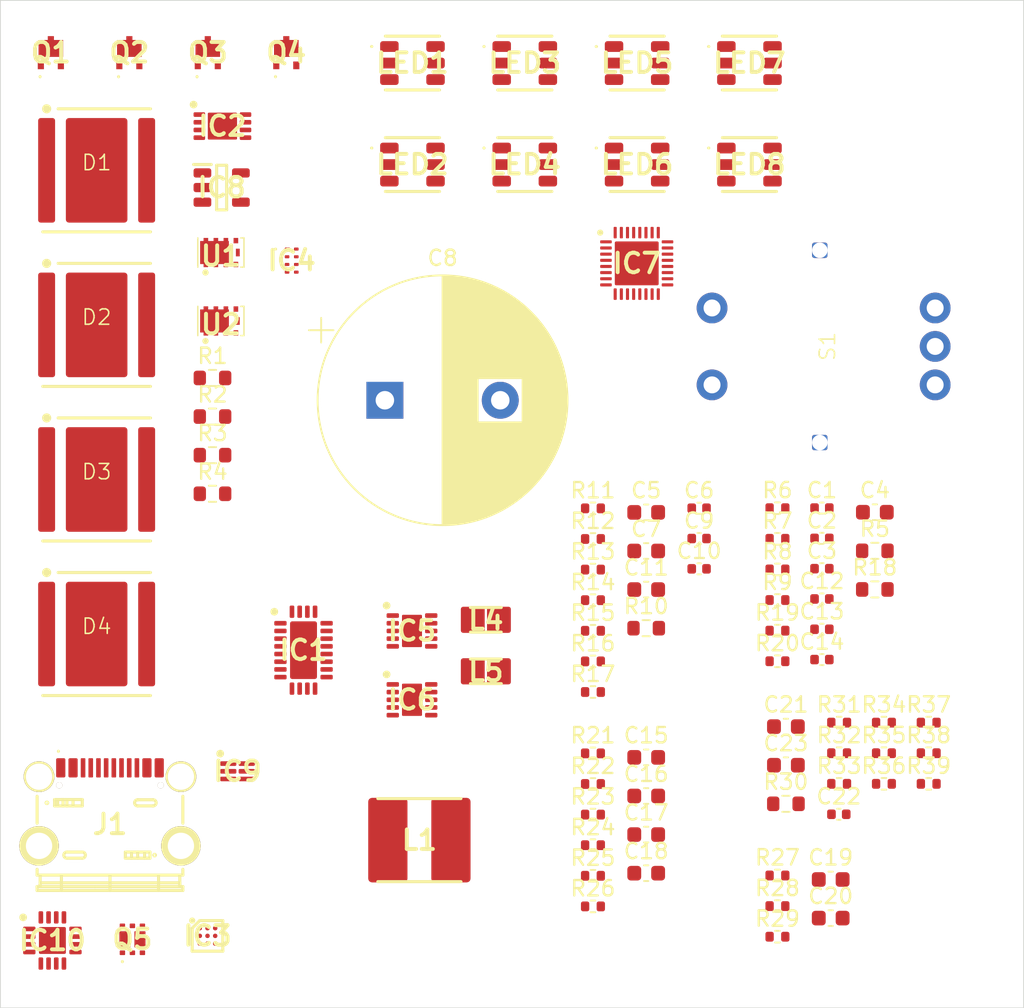
<source format=kicad_pcb>
(kicad_pcb (version 20241229) (generator "pcbnew") (generator_version "9.0")
  (layers (0 "F.Cu" signal) (2 "B.Cu" signal) (13 "F.Paste" user) (15 "B.Paste" user) (5 "F.SilkS" user "F.Silkscreen") (7 "B.SilkS" user "B.Silkscreen") (1 "F.Mask" user) (3 "B.Mask" user) (25 "Edge.Cuts" user))
  (net 0 "")
  (net 1 "Vdrive")
  (net 2 "GND")
  (net 3 "Net-(D1-A)")
  (net 4 "Net-(D1-K)")
  (net 6 "Net-(D2-A)")
  (net 9 "Net-(D3-A)")
  (net 12 "Net-(IC1B-ILIM)")
  (net 13 "Net-(IC1A-VIN_1)")
  (net 15 "Net-(IC1A-BOOST)")
  (net 16 "/LED_Supply/PFO")
  (net 17 "/LED_Supply/CAPGD")
  (net 18 "Net-(IC1A-INDIS_1)")
  (net 19 "Net-(IC1A-FBCAP)")
  (net 20 "Net-(IC1B-ITH)")
  (net 21 "VSYS")
  (net 22 "Net-(IC1A-RUN)")
  (net 24 "Net-(IC1A-SW_1)")
  (net 25 "Net-(IC1A-FBSYS)")
  (net 26 "Net-(IC2-SB)")
  (net 27 "/LED_Current_Source/SW_EN")
  (net 28 "Net-(IC2-D)")
  (net 29 "Net-(IC2-SA)")
  (net 30 "/LED_Current_Source/SW_IN")
  (net 31 "Net-(IC3-VDD)")
  (net 32 "/Battery_Management/SDA")
  (net 33 "/Battery_Management/BIN")
  (net 34 "/Battery_Management/GPOUT")
  (net 35 "+BATT")
  (net 36 "/Battery_Management/SCL")
  (net 37 "Net-(IC10-BAT_1)")
  (net 38 "+5V")
  (net 39 "Net-(IC4-B2)")
  (net 40 "/LED_Current_Source/EN_20A_PATH")
  (net 41 "Net-(IC4-B1)")
  (net 42 "/LED_Current_Source/EN_0.2A_PATH")
  (net 43 "VDD")
  (net 44 "Net-(IC5-LX1)")
  (net 45 "Net-(IC5-CFG3)")
  (net 46 "/Supply/SEL_VDD")
  (net 47 "Net-(IC5-LX2)")
  (net 48 "Net-(IC5-CFG2)")
  (net 49 "Net-(IC5-CFG1)")
  (net 50 "Net-(IC6-LX1)")
  (net 51 "/Supply/EN_REG_5V")
  (net 52 "Net-(IC6-CFG1)")
  (net 53 "Net-(IC6-CFG2)")
  (net 54 "Net-(IC6-CFG3)")
  (net 55 "Net-(IC6-LX2)")
  (net 56 "Net-(IC7-OUT9)")
  (net 57 "Net-(IC7-OUT10)")
  (net 58 "Net-(IC7-OUT21)")
  (net 59 "Net-(IC7-OUT6)")
  (net 60 "Net-(IC7-OUT20)")
  (net 61 "Net-(IC7-OUT12)")
  (net 62 "/User_Interface/EN_RGB_LED_DRIVER")
  (net 63 "Net-(IC7-VCAP)")
  (net 64 "Net-(IC7-OUT23)")
  (net 65 "Net-(IC7-OUT13)")
  (net 66 "Net-(IC7-OUT4)")
  (net 67 "/User_Interface/SDA")
  (net 68 "Net-(IC7-OUT16)")
  (net 69 "Net-(IC7-OUT22)")
  (net 70 "Net-(IC7-OUT3)")
  (net 71 "Net-(IC7-OUT2)")
  (net 72 "Net-(IC7-OUT1)")
  (net 73 "Net-(IC7-IREF)")
  (net 74 "Net-(IC7-OUT11)")
  (net 75 "Net-(IC7-OUT5)")
  (net 76 "Net-(IC7-OUT8)")
  (net 77 "Net-(IC7-OUT7)")
  (net 78 "/User_Interface/SCL")
  (net 79 "Net-(IC7-OUT17)")
  (net 80 "Net-(IC7-OUT15)")
  (net 81 "Net-(IC7-OUT14)")
  (net 82 "Net-(IC7-OUT18)")
  (net 83 "Net-(IC7-OUT19)")
  (net 84 "Net-(IC7-OUT0)")
  (net 85 "Net-(IC8A-+)")
  (net 86 "Net-(IC8A--)")
  (net 87 "Net-(Q1-B)")
  (net 88 "Net-(IC9-V-)")
  (net 89 "Net-(IC9-COUT)")
  (net 91 "-BATT")
  (net 92 "Net-(IC9-BAT)")
  (net 93 "Net-(IC9-DOUT)")
  (net 94 "Net-(IC10-TS)")
  (net 96 "/Battery_Management/~{CHG}")
  (net 97 "/Battery_Management/~{PGOOD}")
  (net 98 "Net-(IC10-ISET)")
  (net 99 "Net-(IC10-TMR)")
  (net 100 "VBUS")
  (net 102 "/Battery_Management/USB_DP")
  (net 104 "/Battery_Management/USB_DN")
  (net 105 "Net-(J1-CC1)")
  (net 106 "Net-(J1-CC2)")
  (net 107 "Net-(Q1-E)")
  (net 108 "Net-(Q2-E)")
  (net 109 "Net-(Q3-E)")
  (net 110 "Net-(Q4-E)")
  (net 111 "Net-(Q5-Pad3)")
  (net 112 "Net-(R1-Pad2)")
  (net 118 "Net-(R20-Pad2)")
  (net 119 "Net-(C9-Pad2)")
  (net 120 "/LED_Current_Source/V_CURRENT_SET")
  (net 121 "/LED_Supply/V_VOLTAGE_SET")
  (footprint "TrashFlash:150353M153300" (layer "F.Cu") (at 125.38 81.675)
    (property "Reference" "LED6" (at 0 0 0) (layer "F.SilkS") (effects (font (size 1.27 1.27) (thickness 0.254))))
    (property "Value" "150353M153300" (hide yes))
    (pad "1" smd roundrect (at -1.5 -1.075 90) (size 0.7 1.2) (layers "F.Cu" "F.Mask" "F.Paste") (net 38 "+5V"))
    (pad "2" smd roundrect (at 1.5 -1.075 90) (size 0.7 1.2) (layers "F.Cu" "F.Mask" "F.Paste") (net 80 "Net-(IC7-OUT15)"))
    (pad "3" smd roundrect (at -1.5 0 90) (size 0.7 1.2) (layers "F.Cu" "F.Mask" "F.Paste") (net 38 "+5V"))
    (pad "4" smd roundrect (at 1.5 0 90) (size 0.7 1.2) (layers "F.Cu" "F.Mask" "F.Paste") (net 68 "Net-(IC7-OUT16)"))
    (pad "5" smd roundrect (at -1.5 1.075 90) (size 0.7 1.2) (layers "F.Cu" "F.Mask" "F.Paste") (net 38 "+5V"))
    (pad "6" smd roundrect (at 1.5 1.075 90) (size 0.7 1.2) (layers "F.Cu" "F.Mask" "F.Paste") (net 79 "Net-(IC7-OUT17)"))
  )
  (footprint "Capacitor_SMD:C_0402_1005Metric" (layer "F.Cu") (at 129.41 105.99)
    (property "Reference" "C9" (at 0 -1.16 0) (layer "F.SilkS"))
    (property "Value" "470p")
    (pad "1" smd roundrect (at -0.48 0) (size 0.56 0.62) (layers "F.Cu" "F.Mask" "F.Paste") (net 20 "Net-(IC1B-ITH)"))
    (pad "2" smd roundrect (at 0.48 0) (size 0.56 0.62) (layers "F.Cu" "F.Mask" "F.Paste") (net 119 "Net-(C9-Pad2)"))
  )
  (footprint "Capacitor_SMD:C_0603_1608Metric" (layer "F.Cu") (at 135.05 120.73)
    (property "Reference" "C23" (at 0 -1.43 0) (layer "F.SilkS"))
    (property "Value" "1u")
    (pad "1" smd roundrect (at -0.775 0) (size 0.9 0.95) (layers "F.Cu" "F.Mask" "F.Paste") (net 37 "Net-(IC10-BAT_1)"))
    (pad "2" smd roundrect (at 0.775 0) (size 0.9 0.95) (layers "F.Cu" "F.Mask" "F.Paste") (net 2 "GND"))
  )
  (footprint "Resistor_SMD:R_0402_1005Metric" (layer "F.Cu") (at 122.51 123.94)
    (property "Reference" "R23" (at 0 -1.17 0) (layer "F.SilkS"))
    (property "Value" "36.5k")
    (pad "1" smd roundrect (at -0.51 0) (size 0.54 0.64) (layers "F.Cu" "F.Mask" "F.Paste") (net 49 "Net-(IC5-CFG1)"))
    (pad "2" smd roundrect (at 0.51 0) (size 0.54 0.64) (layers "F.Cu" "F.Mask" "F.Paste") (net 2 "GND"))
  )
  (footprint "Resistor_SMD:R_0402_1005Metric" (layer "F.Cu") (at 138.51 121.94)
    (property "Reference" "R33" (at 0 -1.17 0) (layer "F.SilkS"))
    (property "Value" "33K")
    (pad "1" smd roundrect (at -0.51 0) (size 0.54 0.64) (layers "F.Cu" "F.Mask" "F.Paste") (net 99 "Net-(IC10-TMR)"))
    (pad "2" smd roundrect (at 0.51 0) (size 0.54 0.64) (layers "F.Cu" "F.Mask" "F.Paste") (net 2 "GND"))
  )
  (footprint "Capacitor_SMD:C_0402_1005Metric" (layer "F.Cu") (at 137.39 107.95)
    (property "Reference" "C3" (at 0 -1.16 0) (layer "F.SilkS"))
    (property "Value" "100n")
    (pad "1" smd roundrect (at -0.48 0) (size 0.56 0.62) (layers "F.Cu" "F.Mask" "F.Paste") (net 2 "GND"))
    (pad "2" smd roundrect (at 0.48 0) (size 0.56 0.62) (layers "F.Cu" "F.Mask" "F.Paste") (net 38 "+5V"))
  )
  (footprint "Capacitor_SMD:C_0402_1005Metric" (layer "F.Cu") (at 137.39 104.01)
    (property "Reference" "C1" (at 0 -1.16 0) (layer "F.SilkS"))
    (property "Value" "22p")
    (pad "1" smd roundrect (at -0.48 0) (size 0.56 0.62) (layers "F.Cu" "F.Mask" "F.Paste") (net 87 "Net-(Q1-B)"))
    (pad "2" smd roundrect (at 0.48 0) (size 0.56 0.62) (layers "F.Cu" "F.Mask" "F.Paste") (net 86 "Net-(IC8A--)"))
  )
  (footprint "Resistor_SMD:R_0402_1005Metric" (layer "F.Cu") (at 122.51 115.97)
    (property "Reference" "R17" (at 0 -1.17 0) (layer "F.SilkS"))
    (property "Value" "56k")
    (pad "1" smd roundrect (at -0.51 0) (size 0.54 0.64) (layers "F.Cu" "F.Mask" "F.Paste") (net 19 "Net-(IC1A-FBCAP)"))
    (pad "2" smd roundrect (at 0.51 0) (size 0.54 0.64) (layers "F.Cu" "F.Mask" "F.Paste") (net 121 "/LED_Supply/V_VOLTAGE_SET"))
  )
  (footprint "TrashFlash:QFN40P400X400X100-33N-D" (layer "F.Cu") (at 125.355 88.1)
    (property "Reference" "IC7" (at 0 0 0) (layer "F.SilkS") (effects (font (size 1.27 1.27) (thickness 0.254))))
    (property "Value" "LP5024RSMR" (hide yes))
    (pad "1" smd roundrect (at -2 -1.4 90) (size 0.2 0.75) (layers "F.Cu" "F.Mask" "F.Paste") (net 84 "Net-(IC7-OUT0)"))
    (pad "2" smd roundrect (at -2 -1 90) (size 0.2 0.75) (layers "F.Cu" "F.Mask" "F.Paste") (net 72 "Net-(IC7-OUT1)"))
    (pad "3" smd roundrect (at -2 -0.6 90) (size 0.2 0.75) (layers "F.Cu" "F.Mask" "F.Paste") (net 71 "Net-(IC7-OUT2)"))
    (pad "4" smd roundrect (at -2 -0.2 90) (size 0.2 0.75) (layers "F.Cu" "F.Mask" "F.Paste") (net 70 "Net-(IC7-OUT3)"))
    (pad "5" smd roundrect (at -2 0.2 90) (size 0.2 0.75) (layers "F.Cu" "F.Mask" "F.Paste") (net 66 "Net-(IC7-OUT4)"))
    (pad "6" smd roundrect (at -2 0.6 90) (size 0.2 0.75) (layers "F.Cu" "F.Mask" "F.Paste") (net 75 "Net-(IC7-OUT5)"))
    (pad "7" smd roundrect (at -2 1 90) (size 0.2 0.75) (layers "F.Cu" "F.Mask" "F.Paste") (net 59 "Net-(IC7-OUT6)"))
    (pad "8" smd roundrect (at -2 1.4 90) (size 0.2 0.75) (layers "F.Cu" "F.Mask" "F.Paste") (net 77 "Net-(IC7-OUT7)"))
    (pad "9" smd roundrect (at -1.4 2) (size 0.2 0.75) (layers "F.Cu" "F.Mask" "F.Paste") (net 76 "Net-(IC7-OUT8)"))
    (pad "10" smd roundrect (at -1 2) (size 0.2 0.75) (layers "F.Cu" "F.Mask" "F.Paste") (net 56 "Net-(IC7-OUT9)"))
    (pad "11" smd roundrect (at -0.6 2) (size 0.2 0.75) (layers "F.Cu" "F.Mask" "F.Paste") (net 57 "Net-(IC7-OUT10)"))
    (pad "12" smd roundrect (at -0.2 2) (size 0.2 0.75) (layers "F.Cu" "F.Mask" "F.Paste") (net 74 "Net-(IC7-OUT11)"))
    (pad "13" smd roundrect (at 0.2 2) (size 0.2 0.75) (layers "F.Cu" "F.Mask" "F.Paste") (net 61 "Net-(IC7-OUT12)"))
    (pad "14" smd roundrect (at 0.6 2) (size 0.2 0.75) (layers "F.Cu" "F.Mask" "F.Paste") (net 65 "Net-(IC7-OUT13)"))
    (pad "15" smd roundrect (at 1 2) (size 0.2 0.75) (layers "F.Cu" "F.Mask" "F.Paste") (net 81 "Net-(IC7-OUT14)"))
    (pad "16" smd roundrect (at 1.4 2) (size 0.2 0.75) (layers "F.Cu" "F.Mask" "F.Paste") (net 80 "Net-(IC7-OUT15)"))
    (pad "17" smd roundrect (at 2 1.4 90) (size 0.2 0.75) (layers "F.Cu" "F.Mask" "F.Paste") (net 68 "Net-(IC7-OUT16)"))
    (pad "18" smd roundrect (at 2 1 90) (size 0.2 0.75) (layers "F.Cu" "F.Mask" "F.Paste") (net 79 "Net-(IC7-OUT17)"))
    (pad "19" smd roundrect (at 2 0.6 90) (size 0.2 0.75) (layers "F.Cu" "F.Mask" "F.Paste") (net 82 "Net-(IC7-OUT18)"))
    (pad "20" smd roundrect (at 2 0.2 90) (size 0.2 0.75) (layers "F.Cu" "F.Mask" "F.Paste") (net 83 "Net-(IC7-OUT19)"))
    (pad "21" smd roundrect (at 2 -0.2 90) (size 0.2 0.75) (layers "F.Cu" "F.Mask" "F.Paste") (net 60 "Net-(IC7-OUT20)"))
    (pad "22" smd roundrect (at 2 -0.6 90) (size 0.2 0.75) (layers "F.Cu" "F.Mask" "F.Paste") (net 58 "Net-(IC7-OUT21)"))
    (pad "23" smd roundrect (at 2 -1 90) (size 0.2 0.75) (layers "F.Cu" "F.Mask" "F.Paste") (net 69 "Net-(IC7-OUT22)"))
    (pad "24" smd roundrect (at 2 -1.4 90) (size 0.2 0.75) (layers "F.Cu" "F.Mask" "F.Paste") (net 64 "Net-(IC7-OUT23)"))
    (pad "25" smd roundrect (at 1.4 -2) (size 0.2 0.75) (layers "F.Cu" "F.Mask" "F.Paste") (net 2 "GND"))
    (pad "26" smd roundrect (at 1 -2) (size 0.2 0.75) (layers "F.Cu" "F.Mask" "F.Paste") (net 2 "GND"))
    (pad "27" smd roundrect (at 0.6 -2) (size 0.2 0.75) (layers "F.Cu" "F.Mask" "F.Paste") (net 43 "VDD"))
    (pad "28" smd roundrect (at 0.2 -2) (size 0.2 0.75) (layers "F.Cu" "F.Mask" "F.Paste") (net 67 "/User_Interface/SDA"))
    (pad "29" smd roundrect (at -0.2 -2) (size 0.2 0.75) (layers "F.Cu" "F.Mask" "F.Paste") (net 78 "/User_Interface/SCL"))
    (pad "30" smd roundrect (at -0.6 -2) (size 0.2 0.75) (layers "F.Cu" "F.Mask" "F.Paste") (net 62 "/User_Interface/EN_RGB_LED_DRIVER"))
    (pad "31" smd roundrect (at -1 -2) (size 0.2 0.75) (layers "F.Cu" "F.Mask" "F.Paste") (net 73 "Net-(IC7-IREF)"))
    (pad "32" smd roundrect (at -1.4 -2) (size 0.2 0.75) (layers "F.Cu" "F.Mask" "F.Paste") (net 63 "Net-(IC7-VCAP)"))
    (pad "33" smd roundrect (at 0 0) (size 2.85 2.85) (layers "F.Cu" "F.Mask" "F.Paste") (roundrect_rratio 0.03) (net 2 "GND"))
  )
  (footprint "Capacitor_SMD:C_0402_1005Metric" (layer "F.Cu") (at 129.41 107.96)
    (property "Reference" "C10" (at 0 -1.16 0) (layer "F.SilkS"))
    (property "Value" "22p")
    (pad "1" smd roundrect (at -0.48 0) (size 0.56 0.62) (layers "F.Cu" "F.Mask" "F.Paste") (net 20 "Net-(IC1B-ITH)"))
    (pad "2" smd roundrect (at 0.48 0) (size 0.56 0.62) (layers "F.Cu" "F.Mask" "F.Paste") (net 2 "GND"))
  )
  (footprint "TrashFlash:SON50P300X200X80-9N-D" (layer "F.Cu") (at 98.43 79.175)
    (property "Reference" "IC2" (at 0 0 0) (layer "F.SilkS") (effects (font (size 1.27 1.27) (thickness 0.254))))
    (property "Value" "ADG5419BCPZ-RL7" (hide yes))
    (pad "1" smd roundrect (at -1.5 -0.75 90) (size 0.3 0.75) (layers "F.Cu" "F.Mask" "F.Paste") (net 28 "Net-(IC2-D)"))
    (pad "2" smd roundrect (at -1.5 -0.25 90) (size 0.3 0.75) (layers "F.Cu" "F.Mask" "F.Paste") (net 29 "Net-(IC2-SA)"))
    (pad "3" smd roundrect (at -1.5 0.25 90) (size 0.3 0.75) (layers "F.Cu" "F.Mask" "F.Paste") (net 2 "GND"))
    (pad "4" smd roundrect (at -1.5 0.75 90) (size 0.3 0.75) (layers "F.Cu" "F.Mask" "F.Paste") (net 1 "Vdrive"))
    (pad "5" smd roundrect (at 1.5 0.75 90) (size 0.3 0.75) (layers "F.Cu" "F.Mask" "F.Paste") (net 27 "/LED_Current_Source/SW_EN"))
    (pad "6" smd roundrect (at 1.5 0.25 90) (size 0.3 0.75) (layers "F.Cu" "F.Mask" "F.Paste") (net 30 "/LED_Current_Source/SW_IN"))
    (pad "7" smd roundrect (at 1.5 -0.25 90) (size 0.3 0.75) (layers "F.Cu" "F.Mask" "F.Paste") (net 2 "GND"))
    (pad "8" smd roundrect (at 1.5 -0.75 90) (size 0.3 0.75) (layers "F.Cu" "F.Mask" "F.Paste") (net 26 "Net-(IC2-SB)"))
    (pad "9" smd roundrect (at 0 0 90) (size 1.75 1.9) (layers "F.Cu" "F.Mask" "F.Paste") (roundrect_rratio 0.04) (net 2 "GND"))
  )
  (footprint "TrashFlash:PMDPB30XNAX" (layer "F.Cu") (at 92.58 132.05)
    (property "Reference" "Q5" (at 0 0 0) (layer "F.SilkS") (effects (font (size 1.27 1.27) (thickness 0.254))))
    (property "Value" "PMDPB30XNAX" (hide yes))
    (pad "1" smd roundrect (at -0.65 0.875 90) (size 0.3 0.35) (layers "F.Cu" "F.Mask" "F.Paste") (roundrect_rratio 0.15) (net 91 "-BATT"))
    (pad "2" smd roundrect (at 0 0.875 90) (size 0.3 0.35) (layers "F.Cu" "F.Mask" "F.Paste") (roundrect_rratio 0.15) (net 93 "Net-(IC9-DOUT)"))
    (pad "3" smd roundrect (at 0.49 0) (size 0.72 1.05) (layers "F.Cu" "F.Mask" "F.Paste") (roundrect_rratio 0.05) (net 111 "Net-(Q5-Pad3)"))
    (pad "3" smd roundrect (at 0.65 0.875 90) (size 0.3 0.35) (layers "F.Cu" "F.Mask" "F.Paste") (roundrect_rratio 0.15) (net 111 "Net-(Q5-Pad3)"))
    (pad "4" smd roundrect (at 0.65 -0.875 90) (size 0.3 0.35) (layers "F.Cu" "F.Mask" "F.Paste") (roundrect_rratio 0.15) (net 2 "GND"))
    (pad "5" smd roundrect (at 0 -0.875 90) (size 0.3 0.35) (layers "F.Cu" "F.Mask" "F.Paste") (roundrect_rratio 0.15) (net 89 "Net-(IC9-COUT)"))
    (pad "6" smd roundrect (at -0.65 -0.875 90) (size 0.3 0.35) (layers "F.Cu" "F.Mask" "F.Paste") (roundrect_rratio 0.15) (net 111 "Net-(Q5-Pad3)"))
    (pad "6" smd roundrect (at -0.49 0) (size 0.72 1.05) (layers "F.Cu" "F.Mask" "F.Paste") (roundrect_rratio 0.05) (net 111 "Net-(Q5-Pad3)"))
  )
  (footprint "TrashFlash:XFL05K" (layer "F.Cu") (at 90.255 112.2)
    (property "Reference" "D4" (at 0 -0.5 0) (layer "F.SilkS") (effects (font (thickness 0.1))))
    (property "Value" "~")
    (pad "1" smd roundrect (at -3.25 0) (size 1.1 6.8) (layers "F.Cu" "F.Mask" "F.Paste") (roundrect_rratio 0.15) (net 9 "Net-(D3-A)"))
    (pad "2" smd roundrect (at 3.25 0) (size 1.1 6.8) (layers "F.Cu" "F.Mask" "F.Paste") (roundrect_rratio 0.15) (net 1 "Vdrive"))
    (pad "TP" smd roundrect (at 0 0) (size 4 6.8) (layers "F.Cu" "F.Mask" "F.Paste") (roundrect_rratio 0.05))
  )
  (footprint "Capacitor_SMD:C_0603_1608Metric" (layer "F.Cu") (at 140.83 104.28)
    (property "Reference" "C4" (at 0 -1.43 0) (layer "F.SilkS"))
    (property "Value" "1u")
    (pad "1" smd roundrect (at -0.775 0) (size 0.9 0.95) (layers "F.Cu" "F.Mask" "F.Paste") (net 2 "GND"))
    (pad "2" smd roundrect (at 0.775 0) (size 0.9 0.95) (layers "F.Cu" "F.Mask" "F.Paste") (net 38 "+5V"))
  )
  (footprint "Resistor_SMD:R_0603_1608Metric" (layer "F.Cu") (at 97.785 98.06)
    (property "Reference" "R2" (at 0 -1.43 0) (layer "F.SilkS"))
    (property "Value" "68m")
    (pad "1" smd roundrect (at -0.825 0) (size 0.8 0.95) (layers "F.Cu" "F.Mask" "F.Paste") (net 109 "Net-(Q3-E)"))
    (pad "2" smd roundrect (at 0.825 0) (size 0.8 0.95) (layers "F.Cu" "F.Mask" "F.Paste") (net 112 "Net-(R1-Pad2)"))
  )
  (footprint "TrashFlash:XFL05K" (layer "F.Cu") (at 90.255 92.1)
    (property "Reference" "D2" (at 0 -0.5 0) (layer "F.SilkS") (effects (font (thickness 0.1))))
    (property "Value" "~")
    (pad "1" smd roundrect (at -3.25 0) (size 1.1 6.8) (layers "F.Cu" "F.Mask" "F.Paste") (roundrect_rratio 0.15) (net 3 "Net-(D1-A)"))
    (pad "2" smd roundrect (at 3.25 0) (size 1.1 6.8) (layers "F.Cu" "F.Mask" "F.Paste") (roundrect_rratio 0.15) (net 6 "Net-(D2-A)"))
    (pad "TP" smd roundrect (at 0 0) (size 4 6.8) (layers "F.Cu" "F.Mask" "F.Paste") (roundrect_rratio 0.05))
  )
  (footprint "TrashFlash:SON50P250X250X80-11N-D" (layer "F.Cu") (at 110.75 112)
    (property "Reference" "IC5" (at 0 0 0) (layer "F.SilkS") (effects (font (size 1.27 1.27) (thickness 0.254))))
    (property "Value" "TPS63900DSKR" (hide yes))
    (pad "1" smd roundrect (at -1.25 -1 90) (size 0.3 0.8) (layers "F.Cu" "F.Mask" "F.Paste") (net 21 "VSYS"))
    (pad "2" smd roundrect (at -1.25 -0.5 90) (size 0.3 0.8) (layers "F.Cu" "F.Mask" "F.Paste") (net 46 "/Supply/SEL_VDD"))
    (pad "3" smd roundrect (at -1.25 0 90) (size 0.3 0.8) (layers "F.Cu" "F.Mask" "F.Paste") (net 49 "Net-(IC5-CFG1)"))
    (pad "4" smd roundrect (at -1.25 0.5 90) (size 0.3 0.8) (layers "F.Cu" "F.Mask" "F.Paste") (net 48 "Net-(IC5-CFG2)"))
    (pad "5" smd roundrect (at -1.25 1 90) (size 0.3 0.8) (layers "F.Cu" "F.Mask" "F.Paste") (net 45 "Net-(IC5-CFG3)"))
    (pad "6" smd roundrect (at 1.25 1 90) (size 0.3 0.8) (layers "F.Cu" "F.Mask" "F.Paste") (net 43 "VDD"))
    (pad "7" smd roundrect (at 1.25 0.5 90) (size 0.3 0.8) (layers "F.Cu" "F.Mask" "F.Paste") (net 47 "Net-(IC5-LX2)"))
    (pad "8" smd roundrect (at 1.25 0 90) (size 0.3 0.8) (layers "F.Cu" "F.Mask" "F.Paste") (net 2 "GND"))
    (pad "9" smd roundrect (at 1.25 -0.5 90) (size 0.3 0.8) (layers "F.Cu" "F.Mask" "F.Paste") (net 44 "Net-(IC5-LX1)"))
    (pad "10" smd roundrect (at 1.25 -1 90) (size 0.3 0.8) (layers "F.Cu" "F.Mask" "F.Paste") (net 21 "VSYS"))
    (pad "11" smd roundrect (at 0 0) (size 1.3 2.1) (layers "F.Cu" "F.Mask" "F.Paste") (roundrect_rratio 0.05) (net 2 "GND"))
  )
  (footprint "TrashFlash:ec11e09244aq" (layer "F.Cu") (at 144.75 96 90)
    (property "Reference" "S1" (at 2.5 -7 90) (layer "F.SilkS") (effects (font (thickness 0.1))))
    (property "Value" "ec11e09244aq")
    (pad "1" thru_hole circle (at 0 0 90) (size 2 2) (drill 1.1) (layers "*.Cu" "*.Mask"))
    (pad "2" thru_hole circle (at 2.5 0 90) (size 2 2) (drill 1.1) (layers "*.Cu" "*.Mask"))
    (pad "3" thru_hole circle (at 5 0 90) (size 2 2) (drill 1.1) (layers "*.Cu" "*.Mask"))
    (pad "4" thru_hole circle (at 0 -14.5 90) (size 2 2) (drill 1.1) (layers "*.Cu" "*.Mask"))
    (pad "5" thru_hole circle (at 5 -14.5 90) (size 2 2) (drill 1.1) (layers "*.Cu" "*.Mask"))
    (pad "6" thru_hole roundrect (at -3.75 -7.5 90) (size 1 1) (drill oval 1.6 2.7) (layers "*.Cu" "*.Mask") (roundrect_rratio 0.15))
    (pad "6" thru_hole roundrect (at 8.75 -7.5 90) (size 1 1) (drill oval 1.6 2.7) (layers "*.Cu" "*.Mask") (roundrect_rratio 0.15))
  )
  (footprint "Resistor_SMD:R_0402_1005Metric" (layer "F.Cu") (at 134.5 129.89)
    (property "Reference" "R28" (at 0 -1.17 0) (layer "F.SilkS"))
    (property "Value" "2.2k")
    (pad "1" smd roundrect (at -0.51 0) (size 0.54 0.64) (layers "F.Cu" "F.Mask" "F.Paste") (net 43 "VDD"))
    (pad "2" smd roundrect (at 0.51 0) (size 0.54 0.64) (layers "F.Cu" "F.Mask" "F.Paste") (net 67 "/User_Interface/SDA"))
  )
  (footprint "Resistor_SMD:R_0402_1005Metric" (layer "F.Cu") (at 134.5 113.97)
    (property "Reference" "R20" (at 0 -1.17 0) (layer "F.SilkS"))
    (property "Value" "1k")
    (pad "1" smd roundrect (at -0.51 0) (size 0.54 0.64) (layers "F.Cu" "F.Mask" "F.Paste") (net 41 "Net-(IC4-B1)"))
    (pad "2" smd roundrect (at 0.51 0) (size 0.54 0.64) (layers "F.Cu" "F.Mask" "F.Paste") (net 118 "Net-(R20-Pad2)"))
  )
  (footprint "Capacitor_SMD:C_0603_1608Metric" (layer "F.Cu") (at 125.97 104.29)
    (property "Reference" "C5" (at 0 -1.43 0) (layer "F.SilkS"))
    (property "Value" "4.7u")
    (pad "1" smd roundrect (at -0.775 0) (size 0.9 0.95) (layers "F.Cu" "F.Mask" "F.Paste") (net 13 "Net-(IC1A-VIN_1)"))
    (pad "2" smd roundrect (at 0.775 0) (size 0.9 0.95) (layers "F.Cu" "F.Mask" "F.Paste") (net 2 "GND"))
  )
  (footprint "Resistor_SMD:R_0402_1005Metric" (layer "F.Cu") (at 144.33 117.96)
    (property "Reference" "R37" (at 0 -1.17 0) (layer "F.SilkS"))
    (property "Value" "2.2k")
    (pad "1" smd roundrect (at -0.51 0) (size 0.54 0.64) (layers "F.Cu" "F.Mask" "F.Paste") (net 43 "VDD"))
    (pad "2" smd roundrect (at 0.51 0) (size 0.54 0.64) (layers "F.Cu" "F.Mask" "F.Paste") (net 36 "/Battery_Management/SCL"))
  )
  (footprint "TrashFlash:150353M153300" (layer "F.Cu") (at 110.78 75.075)
    (property "Reference" "LED1" (at 0 0 0) (layer "F.SilkS") (effects (font (size 1.27 1.27) (thickness 0.254))))
    (property "Value" "150353M153300" (hide yes))
    (pad "1" smd roundrect (at -1.5 -1.075 90) (size 0.7 1.2) (layers "F.Cu" "F.Mask" "F.Paste") (net 38 "+5V"))
    (pad "2" smd roundrect (at 1.5 -1.075 90) (size 0.7 1.2) (layers "F.Cu" "F.Mask" "F.Paste") (net 84 "Net-(IC7-OUT0)"))
    (pad "3" smd roundrect (at -1.5 0 90) (size 0.7 1.2) (layers "F.Cu" "F.Mask" "F.Paste") (net 38 "+5V"))
    (pad "4" smd roundrect (at 1.5 0 90) (size 0.7 1.2) (layers "F.Cu" "F.Mask" "F.Paste") (net 72 "Net-(IC7-OUT1)"))
    (pad "5" smd roundrect (at -1.5 1.075 90) (size 0.7 1.2) (layers "F.Cu" "F.Mask" "F.Paste") (net 38 "+5V"))
    (pad "6" smd roundrect (at 1.5 1.075 90) (size 0.7 1.2) (layers "F.Cu" "F.Mask" "F.Paste") (net 71 "Net-(IC7-OUT2)"))
  )
  (footprint "TrashFlash:SN74LXC2T45QDTTRQ1" (layer "F.Cu") (at 102.93 87.92)
    (property "Reference" "IC4" (at 0 0 0) (layer "F.SilkS") (effects (font (size 1.27 1.27) (thickness 0.254))))
    (property "Value" "SN74LXC2T45QDTTRQ1" (hide yes))
    (pad "1" smd roundrect (at -0.275 -0.75 90) (size 0.2 0.35) (layers "F.Cu" "F.Mask" "F.Paste") (net 43 "VDD"))
    (pad "2" smd roundrect (at -0.3 -0.25 90) (size 0.2 0.3) (layers "F.Cu" "F.Mask" "F.Paste") (net 40 "/LED_Current_Source/EN_20A_PATH"))
    (pad "3" smd roundrect (at -0.3 0.25 90) (size 0.2 0.3) (layers "F.Cu" "F.Mask" "F.Paste") (net 42 "/LED_Current_Source/EN_0.2A_PATH"))
    (pad "4" smd roundrect (at -0.3 0.75 90) (size 0.2 0.3) (layers "F.Cu" "F.Mask" "F.Paste") (net 2 "GND"))
    (pad "5" smd roundrect (at 0.3 0.75 90) (size 0.2 0.3) (layers "F.Cu" "F.Mask" "F.Paste") (net 43 "VDD"))
    (pad "6" smd roundrect (at 0.3 0.25 90) (size 0.2 0.3) (layers "F.Cu" "F.Mask" "F.Paste") (net 39 "Net-(IC4-B2)"))
    (pad "7" smd roundrect (at 0.3 -0.25 90) (size 0.2 0.3) (layers "F.Cu" "F.Mask" "F.Paste") (net 41 "Net-(IC4-B1)"))
    (pad "8" smd roundrect (at 0.3 -0.75 90) (size 0.2 0.3) (layers "F.Cu" "F.Mask" "F.Paste") (net 38 "+5V"))
  )
  (footprint "Resistor_SMD:R_0402_1005Metric" (layer "F.Cu") (at 134.5 104.02)
    (property "Reference" "R6" (at 0 -1.17 0) (layer "F.SilkS"))
    (property "Value" "12k")
    (pad "1" smd roundrect (at -0.51 0) (size 0.54 0.64) (layers "F.Cu" "F.Mask" "F.Paste") (net 86 "Net-(IC8A--)"))
    (pad "2" smd roundrect (at 0.51 0) (size 0.54 0.64) (layers "F.Cu" "F.Mask" "F.Paste") (net 112 "Net-(R1-Pad2)"))
  )
  (footprint "Resistor_SMD:R_0603_1608Metric" (layer "F.Cu") (at 140.83 109.3)
    (property "Reference" "R18" (at 0 -1.43 0) (layer "F.SilkS"))
    (property "Value" "10m")
    (pad "1" smd roundrect (at -0.825 0) (size 0.8 0.95) (layers "F.Cu" "F.Mask" "F.Paste") (net 112 "Net-(R1-Pad2)"))
    (pad "2" smd roundrect (at 0.825 0) (size 0.8 0.95) (layers "F.Cu" "F.Mask" "F.Paste") (net 26 "Net-(IC2-SB)"))
  )
  (footprint "Resistor_SMD:R_0402_1005Metric" (layer "F.Cu") (at 144.33 121.94)
    (property "Reference" "R39" (at 0 -1.17 0) (layer "F.SilkS"))
    (property "Value" "5.1k")
    (pad "1" smd roundrect (at -0.51 0) (size 0.54 0.64) (layers "F.Cu" "F.Mask" "F.Paste") (net 105 "Net-(J1-CC1)"))
    (pad "2" smd roundrect (at 0.51 0) (size 0.54 0.64) (layers "F.Cu" "F.Mask" "F.Paste") (net 2 "GND"))
  )
  (footprint "Resistor_SMD:R_0402_1005Metric" (layer "F.Cu") (at 134.5 127.9)
    (property "Reference" "R27" (at 0 -1.17 0) (layer "F.SilkS"))
    (property "Value" "2.2k")
    (pad "1" smd roundrect (at -0.51 0) (size 0.54 0.64) (layers "F.Cu" "F.Mask" "F.Paste") (net 43 "VDD"))
    (pad "2" smd roundrect (at 0.51 0) (size 0.54 0.64) (layers "F.Cu" "F.Mask" "F.Paste") (net 78 "/User_Interface/SCL"))
  )
  (footprint "TrashFlash:150353M153300" (layer "F.Cu") (at 118.08 81.675)
    (property "Reference" "LED4" (at 0 0 0) (layer "F.SilkS") (effects (font (size 1.27 1.27) (thickness 0.254))))
    (property "Value" "150353M153300" (hide yes))
    (pad "1" smd roundrect (at -1.5 -1.075 90) (size 0.7 1.2) (layers "F.Cu" "F.Mask" "F.Paste") (net 38 "+5V"))
    (pad "2" smd roundrect (at 1.5 -1.075 90) (size 0.7 1.2) (layers "F.Cu" "F.Mask" "F.Paste") (net 56 "Net-(IC7-OUT9)"))
    (pad "3" smd roundrect (at -1.5 0 90) (size 0.7 1.2) (layers "F.Cu" "F.Mask" "F.Paste") (net 38 "+5V"))
    (pad "4" smd roundrect (at 1.5 0 90) (size 0.7 1.2) (layers "F.Cu" "F.Mask" "F.Paste") (net 57 "Net-(IC7-OUT10)"))
    (pad "5" smd roundrect (at -1.5 1.075 90) (size 0.7 1.2) (layers "F.Cu" "F.Mask" "F.Paste") (net 38 "+5V"))
    (pad "6" smd roundrect (at 1.5 1.075 90) (size 0.7 1.2) (layers "F.Cu" "F.Mask" "F.Paste") (net 74 "Net-(IC7-OUT11)"))
  )
  (footprint "Capacitor_SMD:C_0603_1608Metric" (layer "F.Cu") (at 125.97 120.22)
    (property "Reference" "C15" (at 0 -1.43 0) (layer "F.SilkS"))
    (property "Value" "10u")
    (pad "1" smd roundrect (at -0.775 0) (size 0.9 0.95) (layers "F.Cu" "F.Mask" "F.Paste") (net 21 "VSYS"))
    (pad "2" smd roundrect (at 0.775 0) (size 0.9 0.95) (layers "F.Cu" "F.Mask" "F.Paste") (net 2 "GND"))
  )
  (footprint "TrashFlash:CP_Radial_D16.0mm_P7.50mm" (layer "F.Cu") (at 108.987246 97)
    (property "Reference" "C8" (at 3.75 -9.25 0) (layer "F.SilkS"))
    (property "Value" "UBY1V392MHL6TN")
    (pad "1" thru_hole rect (at 0 0) (size 2.4 2.4) (drill 1.2) (layers "*.Cu" "*.Mask") (net 1 "Vdrive"))
    (pad "2" thru_hole circle (at 7.5 0) (size 2.4 2.4) (drill 1.2) (layers "*.Cu" "*.Mask") (net 2 "GND"))
  )
  (footprint "TrashFlash:PTVS24VZ1UPAZ" (layer "F.Cu") (at 87.28 74.412)
    (property "Reference" "Q1" (at 0 -0.012 0) (layer "F.SilkS") (effects (font (size 1.27 1.27) (thickness 0.254))))
    (property "Value" "BC56-10PA,115" (hide yes))
    (pad "1" smd rect (at -0.65 0.813) (size 0.4 0.5) (layers "F.Cu" "F.Mask" "F.Paste") (net 87 "Net-(Q1-B)"))
    (pad "2" smd rect (at 0.65 0.813) (size 0.4 0.5) (layers "F.Cu" "F.Mask" "F.Paste") (net 107 "Net-(Q1-E)"))
    (pad "3" smd custom (at 0 -0.288) (size 0.5 0.5) (layers "F.Cu" "F.Mask" "F.Paste") (net 4 "Net-(D1-K)") (options (clearance outline) (anchor rect)) (primitives (gr_poly (pts (xy -0.8 0.55) (xy -0.8 0) (xy -0.8 -0.55) (xy -0.2 -0.55) (xy -0.2 -0.8) (xy 0.2 -0.8) (xy 0.2 -0.55) (xy 0.8 -0.55) (xy 0.8 0.55)) (width 0) (fill yes))))
  )
  (footprint "Resistor_SMD:R_0402_1005Metric" (layer "F.Cu") (at 141.42 117.96)
    (property "Reference" "R34" (at 0 -1.17 0) (layer "F.SilkS"))
    (property "Value" "1.8K")
    (pad "1" smd roundrect (at -0.51 0) (size 0.54 0.64) (layers "F.Cu" "F.Mask" "F.Paste") (net 98 "Net-(IC10-ISET)"))
    (pad "2" smd roundrect (at 0.51 0) (size 0.54 0.64) (layers "F.Cu" "F.Mask" "F.Paste") (net 2 "GND"))
  )
  (footprint "TrashFlash:SI5448DUT1GE3" (layer "F.Cu") (at 98.33 87.395)
    (property "Reference" "U1" (at 0 0.225 0) (layer "F.SilkS") (effects (font (size 1.27 1.27) (thickness 0.254))))
    (property "Value" "SI5448DU-T1-GE3" (hide yes))
    (pad "1" smd custom (at -0.415 0) (size 0.5 0.5) (layers "F.Cu" "F.Mask" "F.Paste") (net 29 "Net-(IC2-SA)") (options (clearance outline) (anchor circle)) (primitives (gr_poly (pts (xy -0.935 -0.75) (xy -0.71 -0.75) (xy -0.71 -0.95) (xy -0.41 -0.95) (xy -0.41 -0.75) (xy -0.06 -0.75) (xy -0.06 -0.95) (xy 0.24 -0.95) (xy 0.24 -0.75) (xy 0.59 -0.75) (xy 0.59 -0.95) (xy 0.89 -0.95) (xy 0.89 -0.75) (xy 0.935 -0.75) (xy 0.935 0.75) (xy 0.89 0.75) (xy 0.89 0.95) (xy 0.59 0.95) (xy 0.59 0.75) (xy 0.24 0.75) (xy 0.24 0.95) (xy -0.06 0.95) (xy -0.06 0.75) (xy -0.41 0.75) (xy -0.41 0.95) (xy -0.71 0.95) (xy -0.71 0.75) (xy -0.935 0.75)) (width 0) (fill yes))))
    (pad "2" smd rect (at 0.975 -0.775) (size 0.3 0.35) (layers "F.Cu" "F.Mask" "F.Paste") (net 2 "GND"))
    (pad "2" smd rect (at 1.1 0) (size 0.25 0.5) (layers "F.Cu" "F.Mask" "F.Paste") (net 2 "GND"))
    (pad "3" smd rect (at 0.975 0.775) (size 0.3 0.35) (layers "F.Cu" "F.Mask" "F.Paste") (net 39 "Net-(IC4-B2)"))
  )
  (footprint "TrashFlash:XFL05K" (layer "F.Cu") (at 90.255 82.05)
    (property "Reference" "D1" (at 0 -0.5 0) (layer "F.SilkS") (effects (font (thickness 0.1))))
    (property "Value" "~")
    (pad "1" smd roundrect (at -3.25 0) (size 1.1 6.8) (layers "F.Cu" "F.Mask" "F.Paste") (roundrect_rratio 0.15) (net 4 "Net-(D1-K)"))
    (pad "2" smd roundrect (at 3.25 0) (size 1.1 6.8) (layers "F.Cu" "F.Mask" "F.Paste") (roundrect_rratio 0.15) (net 3 "Net-(D1-A)"))
    (pad "TP" smd roundrect (at 0 0) (size 4 6.8) (layers "F.Cu" "F.Mask" "F.Paste") (roundrect_rratio 0.05))
  )
  (footprint "TrashFlash:SON50P250X250X80-11N-D" (layer "F.Cu") (at 110.75 116.475)
    (property "Reference" "IC6" (at 0 0 0) (layer "F.SilkS") (effects (font (size 1.27 1.27) (thickness 0.254))))
    (property "Value" "TPS63900DSKR" (hide yes))
    (pad "1" smd roundrect (at -1.25 -1 90) (size 0.3 0.8) (layers "F.Cu" "F.Mask" "F.Paste") (net 51 "/Supply/EN_REG_5V"))
    (pad "2" smd roundrect (at -1.25 -0.5 90) (size 0.3 0.8) (layers "F.Cu" "F.Mask" "F.Paste") (net 21 "VSYS"))
    (pad "3" smd roundrect (at -1.25 0 90) (size 0.3 0.8) (layers "F.Cu" "F.Mask" "F.Paste") (net 52 "Net-(IC6-CFG1)"))
    (pad "4" smd roundrect (at -1.25 0.5 90) (size 0.3 0.8) (layers "F.Cu" "F.Mask" "F.Paste") (net 53 "Net-(IC6-CFG2)"))
    (pad "5" smd roundrect (at -1.25 1 90) (size 0.3 0.8) (layers "F.Cu" "F.Mask" "F.Paste") (net 54 "Net-(IC6-CFG3)"))
    (pad "6" smd roundrect (at 1.25 1 90) (size 0.3 0.8) (layers "F.Cu" "F.Mask" "F.Paste") (net 38 "+5V"))
    (pad "7" smd roundrect (at 1.25 0.5 90) (size 0.3 0.8) (layers "F.Cu" "F.Mask" "F.Paste") (net 55 "Net-(IC6-LX2)"))
    (pad "8" smd roundrect (at 1.25 0 90) (size 0.3 0.8) (layers "F.Cu" "F.Mask" "F.Paste") (net 2 "GND"))
    (pad "9" smd roundrect (at 1.25 -0.5 90) (size 0.3 0.8) (layers "F.Cu" "F.Mask" "F.Paste") (net 50 "Net-(IC6-LX1)"))
    (pad "10" smd roundrect (at 1.25 -1 90) (size 0.3 0.8) (layers "F.Cu" "F.Mask" "F.Paste") (net 21 "VSYS"))
    (pad "11" smd roundrect (at 0 0) (size 1.3 2.1) (layers "F.Cu" "F.Mask" "F.Paste") (roundrect_rratio 0.05) (net 2 "GND"))
  )
  (footprint "Resistor_SMD:R_0603_1608Metric" (layer "F.Cu") (at 97.785 103.08)
    (property "Reference" "R4" (at 0 -1.43 0) (layer "F.SilkS"))
    (property "Value" "68m")
    (pad "1" smd roundrect (at -0.825 0) (size 0.8 0.95) (layers "F.Cu" "F.Mask" "F.Paste") (net 107 "Net-(Q1-E)"))
    (pad "2" smd roundrect (at 0.825 0) (size 0.8 0.95) (layers "F.Cu" "F.Mask" "F.Paste") (net 112 "Net-(R1-Pad2)"))
  )
  (footprint "TrashFlash:SOT95P280X100-5N" (layer "F.Cu") (at 98.38 83.17)
    (property "Reference" "IC8" (at 0 0 0) (layer "F.SilkS") (effects (font (size 1.27 1.27) (thickness 0.254))))
    (property "Value" "AD8615AUJZ-REEL" (hide yes))
    (pad "1" smd roundrect (at -1.25 -0.95 90) (size 0.6 1.15) (layers "F.Cu" "F.Mask" "F.Paste") (net 87 "Net-(Q1-B)"))
    (pad "2" smd roundrect (at -1.25 0 90) (size 0.6 1.15) (layers "F.Cu" "F.Mask" "F.Paste") (net 2 "GND"))
    (pad "3" smd roundrect (at -1.25 0.95 90) (size 0.6 1.15) (layers "F.Cu" "F.Mask" "F.Paste") (net 85 "Net-(IC8A-+)"))
    (pad "4" smd roundrect (at 1.25 0.95 90) (size 0.6 1.15) (layers "F.Cu" "F.Mask" "F.Paste") (net 86 "Net-(IC8A--)"))
    (pad "5" smd roundrect (at 1.25 -0.95 90) (size 0.6 1.15) (layers "F.Cu" "F.Mask" "F.Paste") (net 38 "+5V"))
  )
  (footprint "Capacitor_SMD:C_0603_1608Metric" (layer "F.Cu") (at 125.97 109.31)
    (property "Reference" "C11" (at 0 -1.43 0) (layer "F.SilkS"))
    (property "Value" "4.7u")
    (pad "1" smd roundrect (at -0.775 0) (size 0.9 0.95) (layers "F.Cu" "F.Mask" "F.Paste") (net 12 "Net-(IC1B-ILIM)"))
    (pad "2" smd roundrect (at 0.775 0) (size 0.9 0.95) (layers "F.Cu" "F.Mask" "F.Paste") (net 2 "GND"))
  )
  (footprint "Resistor_SMD:R_0402_1005Metric" (layer "F.Cu") (at 122.51 113.98)
    (property "Reference" "R16" (at 0 -1.17 0) (layer "F.SilkS"))
    (property "Value" "400k")
    (pad "1" smd roundrect (at -0.51 0) (size 0.54 0.64) (layers "F.Cu" "F.Mask" "F.Paste") (net 2 "GND"))
    (pad "2" smd roundrect (at 0.51 0) (size 0.54 0.64) (layers "F.Cu" "F.Mask" "F.Paste") (net 119 "Net-(C9-Pad2)"))
  )
  (footprint "TrashFlash:QFN50P300X300X100-17N-D" (layer "F.Cu") (at 87.38 132.125)
    (property "Reference" "IC10" (at 0 0 0) (layer "F.SilkS") (effects (font (size 1.27 1.27) (thickness 0.254))))
    (property "Value" "BQ24230RGTR" (hide yes))
    (pad "1" smd roundrect (at -1.5 -0.75 90) (size 0.3 0.8) (layers "F.Cu" "F.Mask" "F.Paste") (net 94 "Net-(IC10-TS)"))
    (pad "2" smd roundrect (at -1.5 -0.25 90) (size 0.3 0.8) (layers "F.Cu" "F.Mask" "F.Paste") (net 37 "Net-(IC10-BAT_1)"))
    (pad "3" smd roundrect (at -1.5 0.25 90) (size 0.3 0.8) (layers "F.Cu" "F.Mask" "F.Paste") (net 37 "Net-(IC10-BAT_1)"))
    (pad "4" smd roundrect (at -1.5 0.75 90) (size 0.3 0.8) (layers "F.Cu" "F.Mask" "F.Paste") (net 2 "GND"))
    (pad "5" smd roundrect (at -0.75 1.5) (size 0.3 0.8) (layers "F.Cu" "F.Mask" "F.Paste") (net 2 "GND"))
    (pad "6" smd roundrect (at -0.25 1.5) (size 0.3 0.8) (layers "F.Cu" "F.Mask" "F.Paste") (net 21 "VSYS"))
    (pad "7" smd roundrect (at 0.25 1.5) (size 0.3 0.8) (layers "F.Cu" "F.Mask" "F.Paste") (net 97 "/Battery_Management/~{PGOOD}"))
    (pad "8" smd roundrect (at 0.75 1.5) (size 0.3 0.8) (layers "F.Cu" "F.Mask" "F.Paste") (net 2 "GND"))
    (pad "9" smd roundrect (at 1.5 0.75 90) (size 0.3 0.8) (layers "F.Cu" "F.Mask" "F.Paste") (net 96 "/Battery_Management/~{CHG}"))
    (pad "10" smd roundrect (at 1.5 0.25 90) (size 0.3 0.8) (layers "F.Cu" "F.Mask" "F.Paste") (net 21 "VSYS"))
    (pad "11" smd roundrect (at 1.5 -0.25 90) (size 0.3 0.8) (layers "F.Cu" "F.Mask" "F.Paste") (net 21 "VSYS"))
    (pad "12" smd roundrect (at 1.5 -0.75 90) (size 0.3 0.8) (layers "F.Cu" "F.Mask" "F.Paste"))
    (pad "13" smd roundrect (at 0.75 -1.5) (size 0.3 0.8) (layers "F.Cu" "F.Mask" "F.Paste") (net 100 "VBUS"))
    (pad "14" smd roundrect (at 0.25 -1.5) (size 0.3 0.8) (layers "F.Cu" "F.Mask" "F.Paste") (net 99 "Net-(IC10-TMR)"))
    (pad "15" smd roundrect (at -0.25 -1.5) (size 0.3 0.8) (layers "F.Cu" "F.Mask" "F.Paste") (net 2 "GND"))
    (pad "16" smd roundrect (at -0.75 -1.5) (size 0.3 0.8) (layers "F.Cu" "F.Mask" "F.Paste") (net 98 "Net-(IC10-ISET)"))
    (pad "17" smd roundrect (at 0 0) (size 1.75 1.75) (layers "F.Cu" "F.Mask" "F.Paste") (roundrect_rratio 0.05) (net 2 "GND"))
  )
  (footprint "Resistor_SMD:R_0402_1005Metric" (layer "F.Cu") (at 122.51 106.02)
    (property "Reference" "R12" (at 0 -1.17 0) (layer "F.SilkS"))
    (property "Value" "33k")
    (pad "1" smd roundrect (at -0.51 0) (size 0.54 0.64) (layers "F.Cu" "F.Mask" "F.Paste") (net 25 "Net-(IC1A-FBSYS)"))
    (pad "2" smd roundrect (at 0.51 0) (size 0.54 0.64) (layers "F.Cu" "F.Mask" "F.Paste") (net 22 "Net-(IC1A-RUN)"))
  )
  (footprint "TrashFlash:150353M153300" (layer "F.Cu") (at 132.68 81.675)
    (property "Reference" "LED8" (at 0 0 0) (layer "F.SilkS") (effects (font (size 1.27 1.27) (thickness 0.254))))
    (property "Value" "150353M153300" (hide yes))
    (pad "1" smd roundrect (at -1.5 -1.075 90) (size 0.7 1.2) (layers "F.Cu" "F.Mask" "F.Paste") (net 38 "+5V"))
    (pad "2" smd roundrect (at 1.5 -1.075 90) (size 0.7 1.2) (layers "F.Cu" "F.Mask" "F.Paste") (net 58 "Net-(IC7-OUT21)"))
    (pad "3" smd roundrect (at -1.5 0 90) (size 0.7 1.2) (layers "F.Cu" "F.Mask" "F.Paste") (net 38 "+5V"))
    (pad "4" smd roundrect (at 1.5 0 90) (size 0.7 1.2) (layers "F.Cu" "F.Mask" "F.Paste") (net 69 "Net-(IC7-OUT22)"))
    (pad "5" smd roundrect (at -1.5 1.075 90) (size 0.7 1.2) (layers "F.Cu" "F.Mask" "F.Paste") (net 38 "+5V"))
    (pad "6" smd roundrect (at 1.5 1.075 90) (size 0.7 1.2) (layers "F.Cu" "F.Mask" "F.Paste") (net 64 "Net-(IC7-OUT23)"))
  )
  (footprint "Resistor_SMD:R_0402_1005Metric" (layer "F.Cu") (at 122.51 108.01)
    (property "Reference" "R13" (at 0 -1.17 0) (layer "F.SilkS"))
    (property "Value" "27k")
    (pad "1" smd roundrect (at -0.51 0) (size 0.54 0.64) (layers "F.Cu" "F.Mask" "F.Paste") (net 2 "GND"))
    (pad "2" smd roundrect (at 0.51 0) (size 0.54 0.64) (layers "F.Cu" "F.Mask" "F.Paste") (net 25 "Net-(IC1A-FBSYS)"))
  )
  (footprint "TrashFlash:SI5448DUT1GE3" (layer "F.Cu") (at 98.33 91.845)
    (property "Reference" "U2" (at 0 0.225 0) (layer "F.SilkS") (effects (font (size 1.27 1.27) (thickness 0.254))))
    (property "Value" "SI5448DU-T1-GE3" (hide yes))
    (pad "1" smd custom (at -0.415 0) (size 0.5 0.5) (layers "F.Cu" "F.Mask" "F.Paste") (net 26 "Net-(IC2-SB)") (options (clearance outline) (anchor circle)) (primitives (gr_poly (pts (xy -0.935 -0.75) (xy -0.71 -0.75) (xy -0.71 -0.95) (xy -0.41 -0.95) (xy -0.41 -0.75) (xy -0.06 -0.75) (xy -0.06 -0.95) (xy 0.24 -0.95) (xy 0.24 -0.75) (xy 0.59 -0.75) (xy 0.59 -0.95) (xy 0.89 -0.95) (xy 0.89 -0.75) (xy 0.935 -0.75) (xy 0.935 0.75) (xy 0.89 0.75) (xy 0.89 0.95) (xy 0.59 0.95) (xy 0.59 0.75) (xy 0.24 0.75) (xy 0.24 0.95) (xy -0.06 0.95) (xy -0.06 0.75) (xy -0.41 0.75) (xy -0.41 0.95) (xy -0.71 0.95) (xy -0.71 0.75) (xy -0.935 0.75)) (width 0) (fill yes))))
    (pad "2" smd rect (at 0.975 -0.775) (size 0.3 0.35) (layers "F.Cu" "F.Mask" "F.Paste") (net 2 "GND"))
    (pad "2" smd rect (at 1.1 0) (size 0.25 0.5) (layers "F.Cu" "F.Mask" "F.Paste") (net 2 "GND"))
    (pad "3" smd rect (at 0.975 0.775) (size 0.3 0.35) (layers "F.Cu" "F.Mask" "F.Paste") (net 118 "Net-(R20-Pad2)"))
  )
  (footprint "Resistor_SMD:R_0402_1005Metric" (layer "F.Cu") (at 144.33 119.95)
    (property "Reference" "R38" (at 0 -1.17 0) (layer "F.SilkS"))
    (property "Value" "5.1k")
    (pad "1" smd roundrect (at -0.51 0) (size 0.54 0.64) (layers "F.Cu" "F.Mask" "F.Paste") (net 106 "Net-(J1-CC2)"))
    (pad "2" smd roundrect (at 0.51 0) (size 0.54 0.64) (layers "F.Cu" "F.Mask" "F.Paste") (net 2 "GND"))
  )
  (footprint "Capacitor_SMD:C_0402_1005Metric" (layer "F.Cu") (at 137.39 111.89)
    (property "Reference" "C13" (at 0 -1.16 0) (layer "F.SilkS"))
    (property "Value" "100n")
    (pad "1" smd roundrect (at -0.48 0) (size 0.56 0.62) (layers "F.Cu" "F.Mask" "F.Paste") (net 38 "+5V"))
    (pad "2" smd roundrect (at 0.48 0) (size 0.56 0.62) (layers "F.Cu" "F.Mask" "F.Paste") (net 2 "GND"))
  )
  (footprint "TrashFlash:USB480003A" (layer "F.Cu") (at 91.1225 124.575)
    (property "Reference" "J1" (at 0 0 0) (layer "F.SilkS") (effects (font (size 1.27 1.27) (thickness 0.254))))
    (property "Value" "USB4800-03-A" (hide yes))
    (pad "A1" smd roundrect (at -3.2 -3.675) (size 0.6 1.25) (layers "F.Cu" "F.Mask" "F.Paste") (roundrect_rratio 0.15) (net 2 "GND"))
    (pad "A4" smd roundrect (at -2.4 -3.675) (size 0.6 1.25) (layers "F.Cu" "F.Mask" "F.Paste") (roundrect_rratio 0.15) (net 100 "VBUS"))
    (pad "A5" smd roundrect (at -1.25 -3.675) (size 0.3 1.25) (layers "F.Cu" "F.Mask" "F.Paste") (roundrect_rratio 0.15) (net 105 "Net-(J1-CC1)"))
    (pad "A6" smd roundrect (at -0.25 -3.675) (size 0.3 1.25) (layers "F.Cu" "F.Mask" "F.Paste") (roundrect_rratio 0.15) (net 102 "/Battery_Management/USB_DP"))
    (pad "A7" smd roundrect (at 0.25 -3.675) (size 0.3 1.25) (layers "F.Cu" "F.Mask" "F.Paste") (roundrect_rratio 0.15) (net 104 "/Battery_Management/USB_DN"))
    (pad "A8" smd roundrect (at 1.25 -3.675) (size 0.3 1.25) (layers "F.Cu" "F.Mask" "F.Paste") (roundrect_rratio 0.15))
    (pad "A9" smd roundrect (at 2.4 -3.675) (size 0.6 1.25) (layers "F.Cu" "F.Mask" "F.Paste") (roundrect_rratio 0.15) (net 100 "VBUS"))
    (pad "A12" smd roundrect (at 3.2 -3.675) (size 0.6 1.25) (layers "F.Cu" "F.Mask" "F.Paste") (roundrect_rratio 0.15) (net 2 "GND"))
    (pad "B5" smd roundrect (at 1.75 -3.675) (size 0.3 1.25) (layers "F.Cu" "F.Mask" "F.Paste") (roundrect_rratio 0.15) (net 106 "Net-(J1-CC2)"))
    (pad "B6" smd roundrect (at 0.75 -3.675) (size 0.3 1.25) (layers "F.Cu" "F.Mask" "F.Paste") (roundrect_rratio 0.15) (net 102 "/Battery_Management/USB_DP"))
    (pad "B7" smd roundrect (at -0.75 -3.675) (size 0.3 1.25) (layers "F.Cu" "F.Mask" "F.Paste") (roundrect_rratio 0.15) (net 104 "/Battery_Management/USB_DN"))
    (pad "B8" smd roundrect (at -1.75 -3.675) (size 0.3 1.25) (layers "F.Cu" "F.Mask" "F.Paste") (roundrect_rratio 0.15))
    (pad "MH1" thru_hole circle (at -3.3 -2.54 90) (size 0.4 0.4) (drill 0.8) (layers "*.Cu" "*.Mask" "F.SilkS"))
    (pad "MH2" thru_hole circle (at 3.3 -2.54 90) (size 0.4 0.4) (drill 0.8) (layers "*.Cu" "*.Mask" "F.SilkS"))
    (pad "MH3" thru_hole circle (at -4.61 -3.1 90) (size 2 2) (drill 1.71) (layers "*.Cu" "*.Mask" "F.SilkS") (net 2 "GND"))
    (pad "MH4" thru_hole circle (at 4.61 -3.1 90) (size 2 2) (drill 1.71) (layers "*.Cu" "*.Mask" "F.SilkS") (net 2 "GND"))
    (pad "MH5" thru_hole circle (at -4.61 1.4 90) (size 2.565 2.565) (drill 1.71) (layers "*.Cu" "*.Mask" "F.SilkS") (net 2 "GND"))
    (pad "MH6" thru_hole circle (at 4.61 1.4 90) (size 2.565 2.565) (drill 1.71) (layers "*.Cu" "*.Mask" "F.SilkS") (net 2 "GND"))
  )
  (footprint "Resistor_SMD:R_0402_1005Metric" (layer "F.Cu") (at 122.51 119.96)
    (property "Reference" "R21" (at 0 -1.17 0) (layer "F.SilkS"))
    (property "Value" "0")
    (pad "1" smd roundrect (at -0.51 0) (size 0.54 0.64) (layers "F.Cu" "F.Mask" "F.Paste") (net 45 "Net-(IC5-CFG3)"))
    (pad "2" smd roundrect (at 0.51 0) (size 0.54 0.64) (layers "F.Cu" "F.Mask" "F.Paste") (net 2 "GND"))
  )
  (footprint "Capacitor_SMD:C_0402_1005Metric" (layer "F.Cu") (at 129.41 104.02)
    (property "Reference" "C6" (at 0 -1.16 0) (layer "F.SilkS"))
    (property "Value" "100n")
    (pad "1" smd roundrect (at -0.48 0) (size 0.56 0.62) (layers "F.Cu" "F.Mask" "F.Paste") (net 24 "Net-(IC1A-SW_1)"))
    (pad "2" smd roundrect (at 0.48 0) (size 0.56 0.62) (layers "F.Cu" "F.Mask" "F.Paste") (net 15 "Net-(IC1A-BOOST)"))
  )
  (footprint "Resistor_SMD:R_0603_1608Metric" (layer "F.Cu") (at 125.97 111.82)
    (property "Reference" "R10" (at 0 -1.43 0) (layer "F.SilkS"))
    (property "Value" "25m")
    (pad "1" smd roundrect (at -0.825 0) (size 0.8 0.95) (layers "F.Cu" "F.Mask" "F.Paste") (net 21 "VSYS"))
    (pad "2" smd roundrect (at 0.825 0) (size 0.8 0.95) (layers "F.Cu" "F.Mask" "F.Paste") (net 13 "Net-(IC1A-VIN_1)"))
  )
  (footprint "Resistor_SMD:R_0402_1005Metric" (layer "F.Cu") (at 134.5 111.98)
    (property "Reference" "R19" (at 0 -1.17 0) (layer "F.SilkS"))
    (property "Value" "1k")
    (pad "1" smd roundrect (at -0.51 0) (size 0.54 0.64) (layers "F.Cu" "F.Mask" "F.Paste") (net 39 "Net-(IC4-B2)"))
    (pad "2" smd roundrect (at 0.51 0) (size 0.54 0.64) (layers "F.Cu" "F.Mask" "F.Paste") (net 39 "Net-(IC4-B2)"))
  )
  (footprint "Capacitor_SMD:C_0603_1608Metric" (layer "F.Cu") (at 137.96 128.16)
    (property "Reference" "C19" (at 0 -1.43 0) (layer "F.SilkS"))
    (property "Value" "1u")
    (pad "1" smd roundrect (at -0.775 0) (size 0.9 0.95) (layers "F.Cu" "F.Mask" "F.Paste") (net 43 "VDD"))
    (pad "2" smd roundrect (at 0.775 0) (size 0.9 0.95) (layers "F.Cu" "F.Mask" "F.Paste") (net 2 "GND"))
  )
  (footprint "Resistor_SMD:R_0402_1005Metric" (layer "F.Cu") (at 122.51 125.93)
    (property "Reference" "R24" (at 0 -1.17 0) (layer "F.SilkS"))
    (property "Value" "0")
    (pad "1" smd roundrect (at -0.51 0) (size 0.54 0.64) (layers "F.Cu" "F.Mask" "F.Paste") (net 54 "Net-(IC6-CFG3)"))
    (pad "2" smd roundrect (at 0.51 0) (size 0.54 0.64) (layers "F.Cu" "F.Mask" "F.Paste") (net 2 "GND"))
  )
  (footprint "TrashFlash:INDM2016X100N" (layer "F.Cu") (at 115.55 111.275)
    (property "Reference" "L4" (at 0 0 0) (layer "F.SilkS") (effects (font (size 1.27 1.27) (thickness 0.254))))
    (property "Value" "74438343022" (hide yes))
    (pad "1" smd roundrect (at -0.85 0) (size 1.55 1.7) (layers "F.Cu" "F.Mask" "F.Paste") (roundrect_rratio 0.1) (net 44 "Net-(IC5-LX1)"))
    (pad "2" smd roundrect (at 0.85 0) (size 1.55 1.7) (layers "F.Cu" "F.Mask" "F.Paste") (roundrect_rratio 0.1) (net 47 "Net-(IC5-LX2)"))
  )
  (footprint "Resistor_SMD:R_0402_1005Metric" (layer "F.Cu") (at 122.51 121.95)
    (property "Reference" "R22" (at 0 -1.17 0) (layer "F.SilkS"))
    (property "Value" "511")
    (pad "1" smd roundrect (at -0.51 0) (size 0.54 0.64) (layers "F.Cu" "F.Mask" "F.Paste") (net 48 "Net-(IC5-CFG2)"))
    (pad "2" smd roundrect (at 0.51 0) (size 0.54 0.64) (layers "F.Cu" "F.Mask" "F.Paste") (net 2 "GND"))
  )
  (footprint "Resistor_SMD:R_0402_1005Metric" (layer "F.Cu") (at 134.5 109.99)
    (property "Reference" "R9" (at 0 -1.17 0) (layer "F.SilkS"))
    (property "Value" "150k")
    (pad "1" smd roundrect (at -0.51 0) (size 0.54 0.64) (layers "F.Cu" "F.Mask" "F.Paste") (net 120 "/LED_Current_Source/V_CURRENT_SET"))
    (pad "2" smd roundrect (at 0.51 0) (size 0.54 0.64) (layers "F.Cu" "F.Mask" "F.Paste") (net 85 "Net-(IC8A-+)"))
  )
  (footprint "TrashFlash:QFN50P300X500X80-25N-D" (layer "F.Cu") (at 103.7 113.25)
    (property "Reference" "IC1" (at 0 0 0) (layer "F.SilkS") (effects (font (size 1.27 1.27) (thickness 0.254))))
    (property "Value" "LTC3643IUDD#PBF" (hide yes))
    (pad "1" smd roundrect (at -1.5 -1.75 90) (size 0.3 0.8) (layers "F.Cu" "F.Mask" "F.Paste") (net 2 "GND"))
    (pad "2" smd roundrect (at -1.5 -1.25 90) (size 0.3 0.8) (layers "F.Cu" "F.Mask" "F.Paste") (net 2 "GND"))
    (pad "3" smd roundrect (at -1.5 -0.75 90) (size 0.3 0.8) (layers "F.Cu" "F.Mask" "F.Paste") (net 1 "Vdrive"))
    (pad "4" smd roundrect (at -1.5 -0.25 90) (size 0.3 0.8) (layers "F.Cu" "F.Mask" "F.Paste") (net 13 "Net-(IC1A-VIN_1)"))
    (pad "5" smd roundrect (at -1.5 0.25 90) (size 0.3 0.8) (layers "F.Cu" "F.Mask" "F.Paste") (net 13 "Net-(IC1A-VIN_1)"))
    (pad "6" smd roundrect (at -1.5 0.75 90) (size 0.3 0.8) (layers "F.Cu" "F.Mask" "F.Paste"))
    (pad "7" smd roundrect (at -1.5 1.25 90) (size 0.3 0.8) (layers "F.Cu" "F.Mask" "F.Paste") (net 22 "Net-(IC1A-RUN)"))
    (pad "8" smd roundrect (at -1.5 1.75 90) (size 0.3 0.8) (layers "F.Cu" "F.Mask" "F.Paste") (net 25 "Net-(IC1A-FBSYS)"))
    (pad "9" smd roundrect (at -0.75 2.5) (size 0.3 0.8) (layers "F.Cu" "F.Mask" "F.Paste") (net 19 "Net-(IC1A-FBCAP)"))
    (pad "10" smd roundrect (at -0.25 2.5) (size 0.3 0.8) (layers "F.Cu" "F.Mask" "F.Paste") (net 20 "Net-(IC1B-ITH)"))
    (pad "11" smd roundrect (at 0.25 2.5) (size 0.3 0.8) (layers "F.Cu" "F.Mask" "F.Paste") (net 17 "/LED_Supply/CAPGD"))
    (pad "12" smd roundrect (at 0.75 2.5) (size 0.3 0.8) (layers "F.Cu" "F.Mask" "F.Paste") (net 16 "/LED_Supply/PFO"))
    (pad "13" smd roundrect (at 1.5 1.75 90) (size 0.3 0.8) (layers "F.Cu" "F.Mask" "F.Paste") (net 21 "VSYS"))
    (pad "14" smd roundrect (at 1.5 1.25 90) (size 0.3 0.8) (layers "F.Cu" "F.Mask" "F.Paste") (net 12 "Net-(IC1B-ILIM)"))
    (pad "15" smd roundrect (at 1.5 0.75 90) (size 0.3 0.8) (layers "F.Cu" "F.Mask" "F.Paste") (net 15 "Net-(IC1A-BOOST)"))
    (pad "16" smd roundrect (at 1.5 0.25 90) (size 0.3 0.8) (layers "F.Cu" "F.Mask" "F.Paste") (net 18 "Net-(IC1A-INDIS_1)"))
    (pad "17" smd roundrect (at 1.5 -0.25 90) (size 0.3 0.8) (layers "F.Cu" "F.Mask" "F.Paste") (net 18 "Net-(IC1A-INDIS_1)"))
    (pad "18" smd roundrect (at 1.5 -0.75 90) (size 0.3 0.8) (layers "F.Cu" "F.Mask" "F.Paste") (net 24 "Net-(IC1A-SW_1)"))
    (pad "19" smd roundrect (at 1.5 -1.25 90) (size 0.3 0.8) (layers "F.Cu" "F.Mask" "F.Paste") (net 24 "Net-(IC1A-SW_1)"))
    (pad "20" smd roundrect (at 1.5 -1.75 90) (size 0.3 0.8) (layers "F.Cu" "F.Mask" "F.Paste") (net 24 "Net-(IC1A-SW_1)"))
    (pad "21" smd roundrect (at 0.75 -2.5) (size 0.3 0.8) (layers "F.Cu" "F.Mask" "F.Paste") (net 12 "Net-(IC1B-ILIM)"))
    (pad "22" smd roundrect (at 0.25 -2.5) (size 0.3 0.8) (layers "F.Cu" "F.Mask" "F.Paste"))
    (pad "23" smd roundrect (at -0.25 -2.5) (size 0.3 0.8) (layers "F.Cu" "F.Mask" "F.Paste"))
    (pad "24" smd roundrect (at -0.75 -2.5) (size 0.3 0.8) (layers "F.Cu" "F.Mask" "F.Paste") (net 21 "VSYS"))
    (pad "25" smd roundrect (at 0 0) (size 1.75 3.75) (layers "F.Cu" "F.Mask" "F.Paste") (roundrect_rratio 0.08) (net 2 "GND"))
  )
  (footprint "Capacitor_SMD:C_0603_1608Metric" (layer "F.Cu") (at 135.05 118.22)
    (property "Reference" "C21" (at 0 -1.43 0) (layer "F.SilkS"))
    (property "Value" "2.2u")
    (pad "1" smd roundrect (at -0.775 0) (size 0.9 0.95) (layers "F.Cu" "F.Mask" "F.Paste") (net 31 "Net-(IC3-VDD)"))
    (pad "2" smd roundrect (at 0.775 0) (size 0.9 0.95) (layers "F.Cu" "F.Mask" "F.Paste") (net 2 "GND"))
  )
  (footprint "TrashFlash:150353M153300" (layer "F.Cu") (at 132.68 75.075)
    (property "Reference" "LED7" (at 0 0 0) (layer "F.SilkS") (effects (font (size 1.27 1.27) (thickness 0.254))))
    (property "Value" "150353M153300" (hide yes))
    (pad "1" smd roundrect (at -1.5 -1.075 90) (size 0.7 1.2) (layers "F.Cu" "F.Mask" "F.Paste") (net 38 "+5V"))
    (pad "2" smd roundrect (at 1.5 -1.075 90) (size 0.7 1.2) (layers "F.Cu" "F.Mask" "F.Paste") (net 82 "Net-(IC7-OUT18)"))
    (pad "3" smd roundrect (at -1.5 0 90) (size 0.7 1.2) (layers "F.Cu" "F.Mask" "F.Paste") (net 38 "+5V"))
    (pad "4" smd roundrect (at 1.5 0 90) (size 0.7 1.2) (layers "F.Cu" "F.Mask" "F.Paste") (net 83 "Net-(IC7-OUT19)"))
    (pad "5" smd roundrect (at -1.5 1.075 90) (size 0.7 1.2) (layers "F.Cu" "F.Mask" "F.Paste") (net 38 "+5V"))
    (pad "6" smd roundrect (at 1.5 1.075 90) (size 0.7 1.2) (layers "F.Cu" "F.Mask" "F.Paste") (net 60 "Net-(IC7-OUT20)"))
  )
  (footprint "Resistor_SMD:R_0603_1608Metric" (layer "F.Cu") (at 140.83 106.79)
    (property "Reference" "R5" (at 0 -1.43 0) (layer "F.SilkS"))
    (property "Value" "1")
    (pad "1" smd roundrect (at -0.825 0) (size 0.8 0.95) (layers "F.Cu" "F.Mask" "F.Paste") (net 112 "Net-(R1-Pad2)"))
    (pad "2" smd roundrect (at 0.825 0) (size 0.8 0.95) (layers "F.Cu" "F.Mask" "F.Paste") (net 29 "Net-(IC2-SA)"))
  )
  (footprint "Resistor_SMD:R_0402_1005Metric" (layer "F.Cu") (at 134.5 108)
    (property "Reference" "R8" (at 0 -1.17 0) (layer "F.SilkS"))
    (property "Value" "150k")
    (pad "1" smd roundrect (at -0.51 0) (size 0.54 0.64) (layers "F.Cu" "F.Mask" "F.Paste") (net 2 "GND"))
    (pad "2" smd roundrect (at 0.51 0) (size 0.54 0.64) (layers "F.Cu" "F.Mask" "F.Paste") (net 86 "Net-(IC8A--)"))
  )
  (footprint "Capacitor_SMD:C_0603_1608Metric" (layer "F.Cu") (at 125.97 127.75)
    (property "Reference" "C18" (at 0 -1.43 0) (layer "F.SilkS"))
    (property "Value" "22u")
    (pad "1" smd roundrect (at -0.775 0) (size 0.9 0.95) (layers "F.Cu" "F.Mask" "F.Paste") (net 38 "+5V"))
    (pad "2" smd roundrect (at 0.775 0) (size 0.9 0.95) (layers "F.Cu" "F.Mask" "F.Paste") (net 2 "GND"))
  )
  (footprint "Resistor_SMD:R_0603_1608Metric" (layer "F.Cu") (at 135.05 123.24)
    (property "Reference" "R30" (at 0 -1.43 0) (layer "F.SilkS"))
    (property "Value" "10m")
    (pad "1" smd roundrect (at -0.825 0) (size 0.8 0.95) (layers "F.Cu" "F.Mask" "F.Paste") (net 35 "+BATT"))
    (pad "2" smd roundrect (at 0.825 0) (size 0.8 0.95) (layers "F.Cu" "F.Mask" "F.Paste") (net 37 "Net-(IC10-BAT_1)"))
  )
  (footprint "Resistor_SMD:R_0402_1005Metric" (layer "F.Cu") (at 122.51 111.99)
    (property "Reference" "R15" (at 0 -1.17 0) (layer "F.SilkS"))
    (property "Value" "12k")
    (pad "1" smd roundrect (at -0.51 0) (size 0.54 0.64) (layers "F.Cu" "F.Mask" "F.Paste") (net 2 "GND"))
    (pad "2" smd roundrect (at 0.51 0) (size 0.54 0.64) (layers "F.Cu" "F.Mask" "F.Paste") (net 19 "Net-(IC1A-FBCAP)"))
  )
  (footprint "Capacitor_SMD:C_0402_1005Metric" (layer "F.Cu") (at 138.49 123.92)
    (property "Reference" "C22" (at 0 -1.16 0) (layer "F.SilkS"))
    (property "Value" "100n")
    (pad "1" smd roundrect (at -0.48 0) (size 0.56 0.62) (layers "F.Cu" "F.Mask" "F.Paste") (net 92 "Net-(IC9-BAT)"))
    (pad "2" smd roundrect (at 0.48 0) (size 0.56 0.62) (layers "F.Cu" "F.Mask" "F.Paste") (net 91 "-BATT"))
  )
  (footprint "Resistor_SMD:R_0402_1005Metric" (layer "F.Cu") (at 122.51 110)
    (property "Reference" "R14" (at 0 -1.17 0) (layer "F.SilkS"))
    (property "Value" "560k")
    (pad "1" smd roundrect (at -0.51 0) (size 0.54 0.64) (layers "F.Cu" "F.Mask" "F.Paste") (net 19 "Net-(IC1A-FBCAP)"))
    (pad "2" smd roundrect (at 0.51 0) (size 0.54 0.64) (layers "F.Cu" "F.Mask" "F.Paste") (net 1 "Vdrive"))
  )
  (footprint "TrashFlash:SON50P150X150X80-6N" (layer "F.Cu") (at 99.41 121.125)
    (property "Reference" "IC9" (at 0 0 0) (layer "F.SilkS") (effects (font (size 1.27 1.27) (thickness 0.254))))
    (property "Value" "BQ29732DSER" (hide yes))
    (pad "1" smd roundrect (at -0.6 -0.5 90) (size 0.3 1.05) (layers "F.Cu" "F.Mask" "F.Paste"))
    (pad "2" smd roundrect (at -0.6 0 90) (size 0.3 1.05) (layers "F.Cu" "F.Mask" "F.Paste") (net 89 "Net-(IC9-COUT)"))
    (pad "3" smd roundrect (at -0.6 0.5 90) (size 0.3 1.05) (layers "F.Cu" "F.Mask" "F.Paste") (net 93 "Net-(IC9-DOUT)"))
    (pad "4" smd roundrect (at 0.6 0.5 90) (size 0.3 1.05) (layers "F.Cu" "F.Mask" "F.Paste") (net 91 "-BATT"))
    (pad "5" smd roundrect (at 0.6 0 90) (size 0.3 1.05) (layers "F.Cu" "F.Mask" "F.Paste") (net 92 "Net-(IC9-BAT)"))
    (pad "6" smd roundrect (at 0.6 -0.5 90) (size 0.3 1.05) (layers "F.Cu" "F.Mask" "F.Paste") (net 88 "Net-(IC9-V-)"))
  )
  (footprint "TrashFlash:BGA9C50P3X3_158X162X62" (layer "F.Cu") (at 97.46 131.826)
    (property "Reference" "IC3" (at 0 0 0) (layer "F.SilkS") (effects (font (size 1.27 1.27) (thickness 0.254))))
    (property "Value" "BQ27426YZFR" (hide yes))
    (pad "A1" smd circle (at -0.5 -0.5 90) (size 0.29 0.29) (layers "F.Cu" "F.Mask" "F.Paste") (net 34 "/Battery_Management/GPOUT"))
    (pad "A2" smd circle (at 0 -0.5 90) (size 0.29 0.29) (layers "F.Cu" "F.Mask" "F.Paste") (net 32 "/Battery_Management/SDA"))
    (pad "A3" smd circle (at 0.5 -0.5 90) (size 0.29 0.29) (layers "F.Cu" "F.Mask" "F.Paste") (net 36 "/Battery_Management/SCL"))
    (pad "B1" smd circle (at -0.5 0 90) (size 0.29 0.29) (layers "F.Cu" "F.Mask" "F.Paste") (net 33 "/Battery_Management/BIN"))
    (pad "B2" smd circle (at 0 0 90) (size 0.29 0.29) (layers "F.Cu" "F.Mask" "F.Paste") (net 2 "GND"))
    (pad "B3" smd circle (at 0.5 0 90) (size 0.29 0.29) (layers "F.Cu" "F.Mask" "F.Paste") (net 31 "Net-(IC3-VDD)"))
    (pad "C1" smd circle (at -0.5 0.5 90) (size 0.29 0.29) (layers "F.Cu" "F.Mask" "F.Paste") (net 35 "+BATT"))
    (pad "C2" smd circle (at 0 0.5 90) (size 0.29 0.29) (layers "F.Cu" "F.Mask" "F.Paste") (net 37 "Net-(IC10-BAT_1)"))
    (pad "C3" smd circle (at 0.5 0.5 90) (size 0.29 0.29) (layers "F.Cu" "F.Mask" "F.Paste") (net 35 "+BATT"))
  )
  (footprint "Resistor_SMD:R_0402_1005Metric" (layer "F.Cu") (at 122.51 104.03)
    (property "Reference" "R11" (at 0 -1.17 0) (layer "F.SilkS"))
    (property "Value" "100k")
    (pad "1" smd roundrect (at -0.51 0) (size 0.54 0.64) (layers "F.Cu" "F.Mask" "F.Paste") (net 22 "Net-(IC1A-RUN)"))
    (pad "2" smd roundrect (at 0.51 0) (size 0.54 0.64) (layers "F.Cu" "F.Mask" "F.Paste") (net 21 "VSYS"))
  )
  (footprint "Resistor_SMD:R_0402_1005Metric" (layer "F.Cu") (at 122.51 127.92)
    (property "Reference" "R25" (at 0 -1.17 0) (layer "F.SilkS"))
    (property "Value" "8.25k")
    (pad "1" smd roundrect (at -0.51 0) (size 0.54 0.64) (layers "F.Cu" "F.Mask" "F.Paste") (net 53 "Net-(IC6-CFG2)"))
    (pad "2" smd roundrect (at 0.51 0) (size 0.54 0.64) (layers "F.Cu" "F.Mask" "F.Paste") (net 2 "GND"))
  )
  (footprint "Capacitor_SMD:C_0402_1005Metric" (layer "F.Cu") (at 137.39 113.86)
    (property "Reference" "C14" (at 0 -1.16 0) (layer "F.SilkS"))
    (property "Value" "100n")
    (pad "1" smd roundrect (at -0.48 0) (size 0.56 0.62) (layers "F.Cu" "F.Mask" "F.Paste") (net 1 "Vdrive"))
    (pad "2" smd roundrect (at 0.48 0) (size 0.56 0.62) (layers "F.Cu" "F.Mask" "F.Paste") (net 2 "GND"))
  )
  (footprint "TrashFlash:INDPM5454X310N" (layer "F.Cu") (at 111.23 125.6)
    (property "Reference" "L1" (at 0 0 0) (layer "F.SilkS") (effects (font (size 1.27 1.27) (thickness 0.254))))
    (property "Value" "74438367068" (hide yes))
    (pad "1" smd roundrect (at -2.05 0) (size 2.55 5.5) (layers "F.Cu" "F.Mask" "F.Paste") (roundrect_rratio 0.09803921569) (net 18 "Net-(IC1A-INDIS_1)"))
    (pad "2" smd roundrect (at 2.05 0) (size 2.55 5.5) (layers "F.Cu" "F.Mask" "F.Paste") (roundrect_rratio 0.09803921569) (net 24 "Net-(IC1A-SW_1)"))
  )
  (footprint "TrashFlash:150353M153300" (layer "F.Cu") (at 125.38 75.075)
    (property "Reference" "LED5" (at 0 0 0) (layer "F.SilkS") (effects (font (size 1.27 1.27) (thickness 0.254))))
    (property "Value" "150353M153300" (hide yes))
    (pad "1" smd roundrect (at -1.5 -1.075 90) (size 0.7 1.2) (layers "F.Cu" "F.Mask" "F.Paste") (net 38 "+5V"))
    (pad "2" smd roundrect (at 1.5 -1.075 90) (size 0.7 1.2) (layers "F.Cu" "F.Mask" "F.Paste") (net 61 "Net-(IC7-OUT12)"))
    (pad "3" smd roundrect (at -1.5 0 90) (size 0.7 1.2) (layers "F.Cu" "F.Mask" "F.Paste") (net 38 "+5V"))
    (pad "4" smd roundrect (at 1.5 0 90) (size 0.7 1.2) (layers "F.Cu" "F.Mask" "F.Paste") (net 65 "Net-(IC7-OUT13)"))
    (pad "5" smd roundrect (at -1.5 1.075 90) (size 0.7 1.2) (layers "F.Cu" "F.Mask" "F.Paste") (net 38 "+5V"))
    (pad "6" smd roundrect (at 1.5 1.075 90) (size 0.7 1.2) (layers "F.Cu" "F.Mask" "F.Paste") (net 81 "Net-(IC7-OUT14)"))
  )
  (footprint "Capacitor_SMD:C_0603_1608Metric" (layer "F.Cu") (at 125.97 122.73)
    (property "Reference" "C16" (at 0 -1.43 0) (layer "F.SilkS"))
    (property "Value" "22u")
    (pad "1" smd roundrect (at -0.775 0) (size 0.9 0.95) (layers "F.Cu" "F.Mask" "F.Paste") (net 43 "VDD"))
    (pad "2" smd roundrect (at 0.775 0) (size 0.9 0.95) (layers "F.Cu" "F.Mask" "F.Paste") (net 2 "GND"))
  )
  (footprint "Capacitor_SMD:C_0402_1005Metric" (layer "F.Cu") (at 137.39 105.98)
    (property "Reference" "C2" (at 0 -1.16 0) (layer "F.SilkS"))
    (property "Value" "22p")
    (pad "1" smd roundrect (at -0.48 0) (size 0.56 0.62) (layers "F.Cu" "F.Mask" "F.Paste") (net 28 "Net-(IC2-D)"))
    (pad "2" smd roundrect (at 0.48 0) (size 0.56 0.62) (layers "F.Cu" "F.Mask" "F.Paste") (net 85 "Net-(IC8A-+)"))
  )
  (footprint "Resistor_SMD:R_0402_1005Metric" (layer "F.Cu") (at 138.51 119.95)
    (property "Reference" "R32" (at 0 -1.17 0) (layer "F.SilkS"))
    (property "Value" "330")
    (pad "1" smd roundrect (at -0.51 0) (size 0.54 0.64) (layers "F.Cu" "F.Mask" "F.Paste") (net 35 "+BATT"))
    (pad "2" smd roundrect (at 0.51 0) (size 0.54 0.64) (layers "F.Cu" "F.Mask" "F.Paste") (net 92 "Net-(IC9-BAT)"))
  )
  (footprint "TrashFlash:PTVS24VZ1UPAZ" (layer "F.Cu") (at 97.48 74.412)
    (property "Reference" "Q3" (at 0 -0.012 0) (layer "F.SilkS") (effects (font (size 1.27 1.27) (thickness 0.254))))
    (property "Value" "BC56-10PA,115" (hide yes))
    (pad "1" smd rect (at -0.65 0.813) (size 0.4 0.5) (layers "F.Cu" "F.Mask" "F.Paste") (net 87 "Net-(Q1-B)"))
    (pad "2" smd rect (at 0.65 0.813) (size 0.4 0.5) (layers "F.Cu" "F.Mask" "F.Paste") (net 109 "Net-(Q3-E)"))
    (pad "3" smd custom (at 0 -0.288) (size 0.5 0.5) (layers "F.Cu" "F.Mask" "F.Paste") (net 4 "Net-(D1-K)") (options (clearance outline) (anchor rect)) (primitives (gr_poly (pts (xy -0.8 0.55) (xy -0.8 0) (xy -0.8 -0.55) (xy -0.2 -0.55) (xy -0.2 -0.8) (xy 0.2 -0.8) (xy 0.2 -0.55) (xy 0.8 -0.55) (xy 0.8 0.55)) (width 0) (fill yes))))
  )
  (footprint "Capacitor_SMD:C_0603_1608Metric" (layer "F.Cu") (at 137.96 130.67)
    (property "Reference" "C20" (at 0 -1.43 0) (layer "F.SilkS"))
    (property "Value" "1u")
    (pad "1" smd roundrect (at -0.775 0) (size 0.9 0.95) (layers "F.Cu" "F.Mask" "F.Paste") (net 63 "Net-(IC7-VCAP)"))
    (pad "2" smd roundrect (at 0.775 0) (size 0.9 0.95) (layers "F.Cu" "F.Mask" "F.Paste") (net 2 "GND"))
  )
  (footprint "Capacitor_SMD:C_0603_1608Metric" (layer "F.Cu") (at 125.97 125.24)
    (property "Reference" "C17" (at 0 -1.43 0) (layer "F.SilkS"))
    (property "Value" "10u")
    (pad "1" smd roundrect (at -0.775 0) (size 0.9 0.95) (layers "F.Cu" "F.Mask" "F.Paste") (net 21 "VSYS"))
    (pad "2" smd roundrect (at 0.775 0) (size 0.9 0.95) (layers "F.Cu" "F.Mask" "F.Paste") (net 2 "GND"))
  )
  (footprint "TrashFlash:PTVS24VZ1UPAZ" (layer "F.Cu") (at 92.38 74.412)
    (property "Reference" "Q2" (at 0 -0.012 0) (layer "F.SilkS") (effects (font (size 1.27 1.27) (thickness 0.254))))
    (property "Value" "BC56-10PA,115" (hide yes))
    (pad "1" smd rect (at -0.65 0.813) (size 0.4 0.5) (layers "F.Cu" "F.Mask" "F.Paste") (net 87 "Net-(Q1-B)"))
    (pad "2" smd rect (at 0.65 0.813) (size 0.4 0.5) (layers "F.Cu" "F.Mask" "F.Paste") (net 108 "Net-(Q2-E)"))
    (pad "3" smd custom (at 0 -0.288) (size 0.5 0.5) (layers "F.Cu" "F.Mask" "F.Paste") (net 4 "Net-(D1-K)") (options (clearance outline) (anchor rect)) (primitives (gr_poly (pts (xy -0.8 0.55) (xy -0.8 0) (xy -0.8 -0.55) (xy -0.2 -0.55) (xy -0.2 -0.8) (xy 0.2 -0.8) (xy 0.2 -0.55) (xy 0.8 -0.55) (xy 0.8 0.55)) (width 0) (fill yes))))
  )
  (footprint "TrashFlash:INDM2016X100N" (layer "F.Cu") (at 115.55 114.625)
    (property "Reference" "L5" (at 0 0 0) (layer "F.SilkS") (effects (font (size 1.27 1.27) (thickness 0.254))))
    (property "Value" "74438343022" (hide yes))
    (pad "1" smd roundrect (at -0.85 0) (size 1.55 1.7) (layers "F.Cu" "F.Mask" "F.Paste") (roundrect_rratio 0.1) (net 50 "Net-(IC6-LX1)"))
    (pad "2" smd roundrect (at 0.85 0) (size 1.55 1.7) (layers "F.Cu" "F.Mask" "F.Paste") (roundrect_rratio 0.1) (net 55 "Net-(IC6-LX2)"))
  )
  (footprint "Capacitor_SMD:C_0603_1608Metric" (layer "F.Cu") (at 125.97 106.8)
    (property "Reference" "C7" (at 0 -1.43 0) (layer "F.SilkS"))
    (property "Value" "22u")
    (pad "1" smd roundrect (at -0.775 0) (size 0.9 0.95) (layers "F.Cu" "F.Mask" "F.Paste") (net 1 "Vdrive"))
    (pad "2" smd roundrect (at 0.775 0) (size 0.9 0.95) (layers "F.Cu" "F.Mask" "F.Paste") (net 2 "GND"))
  )
  (footprint "Resistor_SMD:R_0402_1005Metric" (layer "F.Cu") (at 138.51 117.96)
    (property "Reference" "R31" (at 0 -1.17 0) (layer "F.SilkS"))
    (property "Value" "2.2k")
    (pad "1" smd roundrect (at -0.51 0) (size 0.54 0.64) (layers "F.Cu" "F.Mask" "F.Paste") (net 88 "Net-(IC9-V-)"))
    (pad "2" smd roundrect (at 0.51 0) (size 0.54 0.64) (layers "F.Cu" "F.Mask" "F.Paste") (net 2 "GND"))
  )
  (footprint "Resistor_SMD:R_0402_1005Metric" (layer "F.Cu") (at 134.5 106.01)
    (property "Reference" "R7" (at 0 -1.17 0) (layer "F.SilkS"))
    (property "Value" "12k")
    (pad "1" smd roundrect (at -0.51 0) (size 0.54 0.64) (layers "F.Cu" "F.Mask" "F.Paste") (net 28 "Net-(IC2-D)"))
    (pad "2" smd roundrect (at 0.51 0) (size 0.54 0.64) (layers "F.Cu" "F.Mask" "F.Paste") (net 85 "Net-(IC8A-+)"))
  )
  (footprint "Resistor_SMD:R_0402_1005Metric" (layer "F.Cu") (at 141.42 121.94)
    (property "Reference" "R36" (at 0 -1.17 0) (layer "F.SilkS"))
    (property "Value" "2.2k")
    (pad "1" smd roundrect (at -0.51 0) (size 0.54 0.64) (layers "F.Cu" "F.Mask" "F.Paste") (net 43 "VDD"))
    (pad "2" smd roundrect (at 0.51 0) (size 0.54 0.64) (layers "F.Cu" "F.Mask" "F.Paste") (net 32 "/Battery_Management/SDA"))
  )
  (footprint "TrashFlash:XFL05K" (layer "F.Cu") (at 90.255 102.15)
    (property "Reference" "D3" (at 0 -0.5 0) (layer "F.SilkS") (effects (font (thickness 0.1))))
    (property "Value" "~")
    (pad "1" smd roundrect (at -3.25 0) (size 1.1 6.8) (layers "F.Cu" "F.Mask" "F.Paste") (roundrect_rratio 0.15) (net 6 "Net-(D2-A)"))
    (pad "2" smd roundrect (at 3.25 0) (size 1.1 6.8) (layers "F.Cu" "F.Mask" "F.Paste") (roundrect_rratio 0.15) (net 9 "Net-(D3-A)"))
    (pad "TP" smd roundrect (at 0 0) (size 4 6.8) (layers "F.Cu" "F.Mask" "F.Paste") (roundrect_rratio 0.05))
  )
  (footprint "Resistor_SMD:R_0402_1005Metric" (layer "F.Cu") (at 134.5 131.88)
    (property "Reference" "R29" (at 0 -1.17 0) (layer "F.SilkS"))
    (property "Value" "12k")
    (pad "1" smd roundrect (at -0.51 0) (size 0.54 0.64) (layers "F.Cu" "F.Mask" "F.Paste") (net 73 "Net-(IC7-IREF)"))
    (pad "2" smd roundrect (at 0.51 0) (size 0.54 0.64) (layers "F.Cu" "F.Mask" "F.Paste") (net 2 "GND"))
  )
  (footprint "Capacitor_SMD:C_0402_1005Metric" (layer "F.Cu") (at 137.39 109.92)
    (property "Reference" "C12" (at 0 -1.16 0) (layer "F.SilkS"))
    (property "Value" "100n")
    (pad "1" smd roundrect (at -0.48 0) (size 0.56 0.62) (layers "F.Cu" "F.Mask" "F.Paste") (net 43 "VDD"))
    (pad "2" smd roundrect (at 0.48 0) (size 0.56 0.62) (layers "F.Cu" "F.Mask" "F.Paste") (net 2 "GND"))
  )
  (footprint "Resistor_SMD:R_0603_1608Metric" (layer "F.Cu") (at 97.785 95.55)
    (property "Reference" "R1" (at 0 -1.43 0) (layer "F.SilkS"))
    (property "Value" "68m")
    (pad "1" smd roundrect (at -0.825 0) (size 0.8 0.95) (layers "F.Cu" "F.Mask" "F.Paste") (net 110 "Net-(Q4-E)"))
    (pad "2" smd roundrect (at 0.825 0) (size 0.8 0.95) (layers "F.Cu" "F.Mask" "F.Paste") (net 112 "Net-(R1-Pad2)"))
  )
  (footprint "Resistor_SMD:R_0402_1005Metric" (layer "F.Cu") (at 141.42 119.95)
    (property "Reference" "R35" (at 0 -1.17 0) (layer "F.SilkS"))
    (property "Value" "10K")
    (pad "1" smd roundrect (at -0.51 0) (size 0.54 0.64) (layers "F.Cu" "F.Mask" "F.Paste") (net 94 "Net-(IC10-TS)"))
    (pad "2" smd roundrect (at 0.51 0) (size 0.54 0.64) (layers "F.Cu" "F.Mask" "F.Paste") (net 2 "GND"))
  )
  (footprint "Resistor_SMD:R_0402_1005Metric" (layer "F.Cu") (at 122.51 129.91)
    (property "Reference" "R26" (at 0 -1.17 0) (layer "F.SilkS"))
    (property "Value" "36.5k")
    (pad "1" smd roundrect (at -0.51 0) (size 0.54 0.64) (layers "F.Cu" "F.Mask" "F.Paste") (net 52 "Net-(IC6-CFG1)"))
    (pad "2" smd roundrect (at 0.51 0) (size 0.54 0.64) (layers "F.Cu" "F.Mask" "F.Paste") (net 2 "GND"))
  )
  (footprint "TrashFlash:150353M153300" (layer "F.Cu") (at 118.08 75.075)
    (property "Reference" "LED3" (at 0 0 0) (layer "F.SilkS") (effects (font (size 1.27 1.27) (thickness 0.254))))
    (property "Value" "150353M153300" (hide yes))
    (pad "1" smd roundrect (at -1.5 -1.075 90) (size 0.7 1.2) (layers "F.Cu" "F.Mask" "F.Paste") (net 38 "+5V"))
    (pad "2" smd roundrect (at 1.5 -1.075 90) (size 0.7 1.2) (layers "F.Cu" "F.Mask" "F.Paste") (net 70 "Net-(IC7-OUT3)"))
    (pad "3" smd roundrect (at -1.5 0 90) (size 0.7 1.2) (layers "F.Cu" "F.Mask" "F.Paste") (net 38 "+5V"))
    (pad "4" smd roundrect (at 1.5 0 90) (size 0.7 1.2) (layers "F.Cu" "F.Mask" "F.Paste") (net 66 "Net-(IC7-OUT4)"))
    (pad "5" smd roundrect (at -1.5 1.075 90) (size 0.7 1.2) (layers "F.Cu" "F.Mask" "F.Paste") (net 38 "+5V"))
    (pad "6" smd roundrect (at 1.5 1.075 90) (size 0.7 1.2) (layers "F.Cu" "F.Mask" "F.Paste") (net 75 "Net-(IC7-OUT5)"))
  )
  (footprint "TrashFlash:150353M153300" (layer "F.Cu") (at 110.78 81.675)
    (property "Reference" "LED2" (at 0 0 0) (layer "F.SilkS") (effects (font (size 1.27 1.27) (thickness 0.254))))
    (property "Value" "150353M153300" (hide yes))
    (pad "1" smd roundrect (at -1.5 -1.075 90) (size 0.7 1.2) (layers "F.Cu" "F.Mask" "F.Paste") (net 38 "+5V"))
    (pad "2" smd roundrect (at 1.5 -1.075 90) (size 0.7 1.2) (layers "F.Cu" "F.Mask" "F.Paste") (net 59 "Net-(IC7-OUT6)"))
    (pad "3" smd roundrect (at -1.5 0 90) (size 0.7 1.2) (layers "F.Cu" "F.Mask" "F.Paste") (net 38 "+5V"))
    (pad "4" smd roundrect (at 1.5 0 90) (size 0.7 1.2) (layers "F.Cu" "F.Mask" "F.Paste") (net 77 "Net-(IC7-OUT7)"))
    (pad "5" smd roundrect (at -1.5 1.075 90) (size 0.7 1.2) (layers "F.Cu" "F.Mask" "F.Paste") (net 38 "+5V"))
    (pad "6" smd roundrect (at 1.5 1.075 90) (size 0.7 1.2) (layers "F.Cu" "F.Mask" "F.Paste") (net 76 "Net-(IC7-OUT8)"))
  )
  (footprint "Resistor_SMD:R_0603_1608Metric" (layer "F.Cu") (at 97.785 100.57)
    (property "Reference" "R3" (at 0 -1.43 0) (layer "F.SilkS"))
    (property "Value" "68m")
    (pad "1" smd roundrect (at -0.825 0) (size 0.8 0.95) (layers "F.Cu" "F.Mask" "F.Paste") (net 108 "Net-(Q2-E)"))
    (pad "2" smd roundrect (at 0.825 0) (size 0.8 0.95) (layers "F.Cu" "F.Mask" "F.Paste") (net 112 "Net-(R1-Pad2)"))
  )
  (footprint "TrashFlash:PTVS24VZ1UPAZ" (layer "F.Cu") (at 102.58 74.412)
    (property "Reference" "Q4" (at 0 -0.012 0) (layer "F.SilkS") (effects (font (size 1.27 1.27) (thickness 0.254))))
    (property "Value" "BC56-10PA,115" (hide yes))
    (pad "1" smd rect (at -0.65 0.813) (size 0.4 0.5) (layers "F.Cu" "F.Mask" "F.Paste") (net 87 "Net-(Q1-B)"))
    (pad "2" smd rect (at 0.65 0.813) (size 0.4 0.5) (layers "F.Cu" "F.Mask" "F.Paste") (net 110 "Net-(Q4-E)"))
    (pad "3" smd custom (at 0 -0.288) (size 0.5 0.5) (layers "F.Cu" "F.Mask" "F.Paste") (net 4 "Net-(D1-K)") (options (clearance outline) (anchor rect)) (primitives (gr_poly (pts (xy -0.8 0.55) (xy -0.8 0) (xy -0.8 -0.55) (xy -0.2 -0.55) (xy -0.2 -0.8) (xy 0.2 -0.8) (xy 0.2 -0.55) (xy 0.8 -0.55) (xy 0.8 0.55)) (width 0) (fill yes))))
  )
  (gr_rect (start 84 71) (end 150.5 136.5) (stroke (width 0.05)) (fill no) (layer "Edge.Cuts"))
)
</source>
